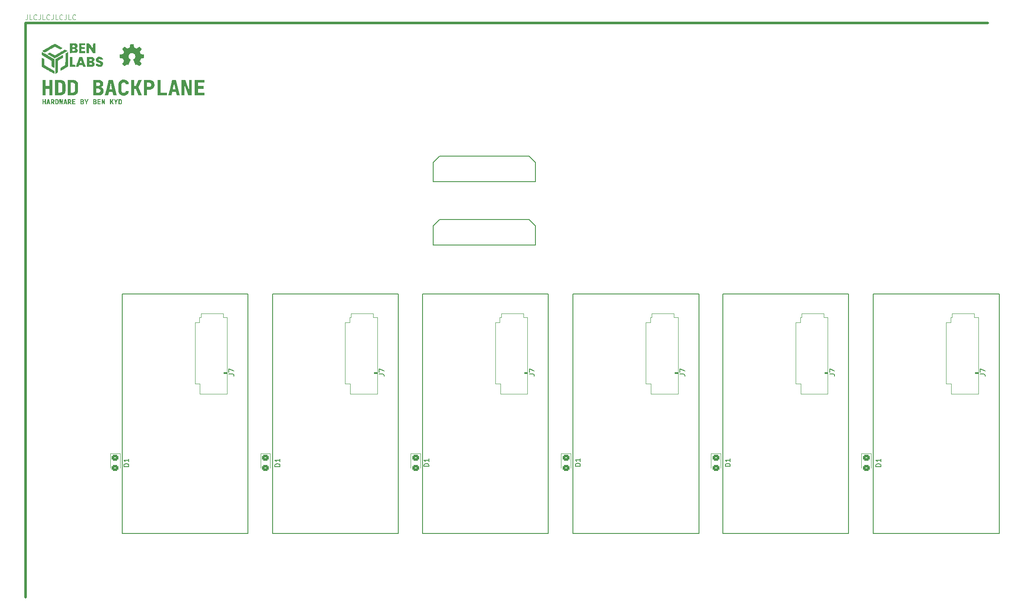
<source format=gto>
G04 #@! TF.GenerationSoftware,KiCad,Pcbnew,8.0.8*
G04 #@! TF.CreationDate,2025-03-22T18:56:51+00:00*
G04 #@! TF.ProjectId,HDD Backplane,48444420-4261-4636-9b70-6c616e652e6b,rev?*
G04 #@! TF.SameCoordinates,Original*
G04 #@! TF.FileFunction,Legend,Top*
G04 #@! TF.FilePolarity,Positive*
%FSLAX46Y46*%
G04 Gerber Fmt 4.6, Leading zero omitted, Abs format (unit mm)*
G04 Created by KiCad (PCBNEW 8.0.8) date 2025-03-22 18:56:51*
%MOMM*%
%LPD*%
G01*
G04 APERTURE LIST*
G04 Aperture macros list*
%AMRoundRect*
0 Rectangle with rounded corners*
0 $1 Rounding radius*
0 $2 $3 $4 $5 $6 $7 $8 $9 X,Y pos of 4 corners*
0 Add a 4 corners polygon primitive as box body*
4,1,4,$2,$3,$4,$5,$6,$7,$8,$9,$2,$3,0*
0 Add four circle primitives for the rounded corners*
1,1,$1+$1,$2,$3*
1,1,$1+$1,$4,$5*
1,1,$1+$1,$6,$7*
1,1,$1+$1,$8,$9*
0 Add four rect primitives between the rounded corners*
20,1,$1+$1,$2,$3,$4,$5,0*
20,1,$1+$1,$4,$5,$6,$7,0*
20,1,$1+$1,$6,$7,$8,$9,0*
20,1,$1+$1,$8,$9,$2,$3,0*%
G04 Aperture macros list end*
%ADD10C,0.100000*%
%ADD11C,0.500000*%
%ADD12C,0.200000*%
%ADD13C,0.150000*%
%ADD14C,0.000000*%
%ADD15C,0.120000*%
%ADD16C,0.127000*%
%ADD17C,5.600000*%
%ADD18C,1.800000*%
%ADD19O,1.400000X1.000000*%
%ADD20RoundRect,0.250000X-0.450000X0.325000X-0.450000X-0.325000X0.450000X-0.325000X0.450000X0.325000X0*%
%ADD21C,2.200000*%
%ADD22C,2.540000*%
G04 APERTURE END LIST*
D10*
X29739598Y-32922419D02*
X29739598Y-33636704D01*
X29739598Y-33636704D02*
X29691979Y-33779561D01*
X29691979Y-33779561D02*
X29596741Y-33874800D01*
X29596741Y-33874800D02*
X29453884Y-33922419D01*
X29453884Y-33922419D02*
X29358646Y-33922419D01*
X30691979Y-33922419D02*
X30215789Y-33922419D01*
X30215789Y-33922419D02*
X30215789Y-32922419D01*
X31596741Y-33827180D02*
X31549122Y-33874800D01*
X31549122Y-33874800D02*
X31406265Y-33922419D01*
X31406265Y-33922419D02*
X31311027Y-33922419D01*
X31311027Y-33922419D02*
X31168170Y-33874800D01*
X31168170Y-33874800D02*
X31072932Y-33779561D01*
X31072932Y-33779561D02*
X31025313Y-33684323D01*
X31025313Y-33684323D02*
X30977694Y-33493847D01*
X30977694Y-33493847D02*
X30977694Y-33350990D01*
X30977694Y-33350990D02*
X31025313Y-33160514D01*
X31025313Y-33160514D02*
X31072932Y-33065276D01*
X31072932Y-33065276D02*
X31168170Y-32970038D01*
X31168170Y-32970038D02*
X31311027Y-32922419D01*
X31311027Y-32922419D02*
X31406265Y-32922419D01*
X31406265Y-32922419D02*
X31549122Y-32970038D01*
X31549122Y-32970038D02*
X31596741Y-33017657D01*
X32311027Y-32922419D02*
X32311027Y-33636704D01*
X32311027Y-33636704D02*
X32263408Y-33779561D01*
X32263408Y-33779561D02*
X32168170Y-33874800D01*
X32168170Y-33874800D02*
X32025313Y-33922419D01*
X32025313Y-33922419D02*
X31930075Y-33922419D01*
X33263408Y-33922419D02*
X32787218Y-33922419D01*
X32787218Y-33922419D02*
X32787218Y-32922419D01*
X34168170Y-33827180D02*
X34120551Y-33874800D01*
X34120551Y-33874800D02*
X33977694Y-33922419D01*
X33977694Y-33922419D02*
X33882456Y-33922419D01*
X33882456Y-33922419D02*
X33739599Y-33874800D01*
X33739599Y-33874800D02*
X33644361Y-33779561D01*
X33644361Y-33779561D02*
X33596742Y-33684323D01*
X33596742Y-33684323D02*
X33549123Y-33493847D01*
X33549123Y-33493847D02*
X33549123Y-33350990D01*
X33549123Y-33350990D02*
X33596742Y-33160514D01*
X33596742Y-33160514D02*
X33644361Y-33065276D01*
X33644361Y-33065276D02*
X33739599Y-32970038D01*
X33739599Y-32970038D02*
X33882456Y-32922419D01*
X33882456Y-32922419D02*
X33977694Y-32922419D01*
X33977694Y-32922419D02*
X34120551Y-32970038D01*
X34120551Y-32970038D02*
X34168170Y-33017657D01*
X34882456Y-32922419D02*
X34882456Y-33636704D01*
X34882456Y-33636704D02*
X34834837Y-33779561D01*
X34834837Y-33779561D02*
X34739599Y-33874800D01*
X34739599Y-33874800D02*
X34596742Y-33922419D01*
X34596742Y-33922419D02*
X34501504Y-33922419D01*
X35834837Y-33922419D02*
X35358647Y-33922419D01*
X35358647Y-33922419D02*
X35358647Y-32922419D01*
X36739599Y-33827180D02*
X36691980Y-33874800D01*
X36691980Y-33874800D02*
X36549123Y-33922419D01*
X36549123Y-33922419D02*
X36453885Y-33922419D01*
X36453885Y-33922419D02*
X36311028Y-33874800D01*
X36311028Y-33874800D02*
X36215790Y-33779561D01*
X36215790Y-33779561D02*
X36168171Y-33684323D01*
X36168171Y-33684323D02*
X36120552Y-33493847D01*
X36120552Y-33493847D02*
X36120552Y-33350990D01*
X36120552Y-33350990D02*
X36168171Y-33160514D01*
X36168171Y-33160514D02*
X36215790Y-33065276D01*
X36215790Y-33065276D02*
X36311028Y-32970038D01*
X36311028Y-32970038D02*
X36453885Y-32922419D01*
X36453885Y-32922419D02*
X36549123Y-32922419D01*
X36549123Y-32922419D02*
X36691980Y-32970038D01*
X36691980Y-32970038D02*
X36739599Y-33017657D01*
X37453885Y-32922419D02*
X37453885Y-33636704D01*
X37453885Y-33636704D02*
X37406266Y-33779561D01*
X37406266Y-33779561D02*
X37311028Y-33874800D01*
X37311028Y-33874800D02*
X37168171Y-33922419D01*
X37168171Y-33922419D02*
X37072933Y-33922419D01*
X38406266Y-33922419D02*
X37930076Y-33922419D01*
X37930076Y-33922419D02*
X37930076Y-32922419D01*
X39311028Y-33827180D02*
X39263409Y-33874800D01*
X39263409Y-33874800D02*
X39120552Y-33922419D01*
X39120552Y-33922419D02*
X39025314Y-33922419D01*
X39025314Y-33922419D02*
X38882457Y-33874800D01*
X38882457Y-33874800D02*
X38787219Y-33779561D01*
X38787219Y-33779561D02*
X38739600Y-33684323D01*
X38739600Y-33684323D02*
X38691981Y-33493847D01*
X38691981Y-33493847D02*
X38691981Y-33350990D01*
X38691981Y-33350990D02*
X38739600Y-33160514D01*
X38739600Y-33160514D02*
X38787219Y-33065276D01*
X38787219Y-33065276D02*
X38882457Y-32970038D01*
X38882457Y-32970038D02*
X39025314Y-32922419D01*
X39025314Y-32922419D02*
X39120552Y-32922419D01*
X39120552Y-32922419D02*
X39263409Y-32970038D01*
X39263409Y-32970038D02*
X39311028Y-33017657D01*
D11*
X29400000Y-34600000D02*
X29400000Y-148850000D01*
X29400000Y-34600000D02*
X220650000Y-34600000D01*
D10*
G36*
X32756830Y-50777573D02*
G01*
X32756830Y-49745891D01*
X32967856Y-49745891D01*
X32967856Y-50154997D01*
X33204283Y-50154997D01*
X33204283Y-49745891D01*
X33415308Y-49745891D01*
X33415308Y-50777573D01*
X33204283Y-50777573D01*
X33204283Y-50339889D01*
X32967856Y-50339889D01*
X32967856Y-50777573D01*
X32756830Y-50777573D01*
G37*
G36*
X34312168Y-50777573D02*
G01*
X34096990Y-50777573D01*
X34047653Y-50543099D01*
X33802922Y-50543099D01*
X33753585Y-50777573D01*
X33538407Y-50777573D01*
X33637607Y-50371152D01*
X33838093Y-50371152D01*
X34011017Y-50371152D01*
X33961924Y-50124711D01*
X33952429Y-50074955D01*
X33942718Y-50025521D01*
X33941408Y-50018954D01*
X33931627Y-49969518D01*
X33925288Y-49936889D01*
X33916337Y-49985139D01*
X33910389Y-50018221D01*
X33901434Y-50067087D01*
X33891512Y-50116596D01*
X33890117Y-50123246D01*
X33838093Y-50371152D01*
X33637607Y-50371152D01*
X33790221Y-49745891D01*
X34057423Y-49745891D01*
X34312168Y-50777573D01*
G37*
G36*
X34817491Y-49748272D02*
G01*
X34866783Y-49755416D01*
X34917820Y-49769146D01*
X34954283Y-49783993D01*
X35000975Y-49810826D01*
X35040607Y-49844004D01*
X35073179Y-49883526D01*
X35078847Y-49892192D01*
X35102288Y-49938508D01*
X35117048Y-49989832D01*
X35122908Y-50040307D01*
X35123299Y-50058033D01*
X35119454Y-50112445D01*
X35107920Y-50163572D01*
X35088697Y-50211414D01*
X35074694Y-50236575D01*
X35044650Y-50277374D01*
X35009195Y-50311296D01*
X34968331Y-50338339D01*
X34943292Y-50350392D01*
X35137221Y-50777573D01*
X34908121Y-50777573D01*
X34742036Y-50384097D01*
X34643606Y-50384097D01*
X34643606Y-50777573D01*
X34435267Y-50777573D01*
X34435267Y-50199205D01*
X34643606Y-50199205D01*
X34764506Y-50199205D01*
X34816419Y-50193522D01*
X34863295Y-50172839D01*
X34873438Y-50164767D01*
X34902564Y-50123185D01*
X34912235Y-50071668D01*
X34912273Y-50067803D01*
X34904840Y-50016518D01*
X34880378Y-49973918D01*
X34873438Y-49966930D01*
X34830283Y-49940984D01*
X34781595Y-49931347D01*
X34764506Y-49930783D01*
X34643606Y-49930783D01*
X34643606Y-50199205D01*
X34435267Y-50199205D01*
X34435267Y-49745891D01*
X34764506Y-49745891D01*
X34817491Y-49748272D01*
G37*
G36*
X35655489Y-49748455D02*
G01*
X35703803Y-49756149D01*
X35754033Y-49770935D01*
X35790082Y-49786924D01*
X35832068Y-49812632D01*
X35872149Y-49847360D01*
X35905313Y-49888576D01*
X35913913Y-49902206D01*
X35937354Y-49951036D01*
X35951029Y-49999387D01*
X35957670Y-50051912D01*
X35958365Y-50076596D01*
X35958365Y-50445402D01*
X35954849Y-50499150D01*
X35944300Y-50549112D01*
X35926719Y-50595287D01*
X35913913Y-50619303D01*
X35882824Y-50662923D01*
X35844819Y-50700056D01*
X35804700Y-50727928D01*
X35790082Y-50736051D01*
X35743248Y-50756123D01*
X35692048Y-50769625D01*
X35642871Y-50776113D01*
X35603724Y-50777573D01*
X35270333Y-50777573D01*
X35270333Y-50592681D01*
X35481359Y-50592681D01*
X35603724Y-50592681D01*
X35654635Y-50584967D01*
X35699325Y-50559583D01*
X35707039Y-50552381D01*
X35735965Y-50509555D01*
X35746985Y-50460481D01*
X35747339Y-50448822D01*
X35747339Y-50073176D01*
X35739626Y-50022359D01*
X35714241Y-49977977D01*
X35707039Y-49970350D01*
X35664388Y-49941950D01*
X35615382Y-49931130D01*
X35603724Y-49930783D01*
X35481359Y-49930783D01*
X35481359Y-50592681D01*
X35270333Y-50592681D01*
X35270333Y-49745891D01*
X35603724Y-49745891D01*
X35655489Y-49748455D01*
G37*
G36*
X36130556Y-50777573D02*
G01*
X36035057Y-49745891D01*
X36202364Y-49745891D01*
X36254387Y-50436609D01*
X36257445Y-50485907D01*
X36257807Y-50492541D01*
X36260714Y-50543630D01*
X36261959Y-50567768D01*
X36263942Y-50617471D01*
X36264157Y-50637621D01*
X36268828Y-50586697D01*
X36270507Y-50567768D01*
X36275211Y-50517739D01*
X36277590Y-50492541D01*
X36282034Y-50443191D01*
X36282475Y-50436609D01*
X36364052Y-49745891D01*
X36524520Y-49745891D01*
X36603410Y-50436609D01*
X36608882Y-50485907D01*
X36609516Y-50492541D01*
X36614535Y-50541248D01*
X36617332Y-50567768D01*
X36622569Y-50617471D01*
X36624415Y-50637621D01*
X36626476Y-50587063D01*
X36627102Y-50568256D01*
X36629341Y-50518869D01*
X36630766Y-50494007D01*
X36633779Y-50445069D01*
X36634185Y-50438563D01*
X36682057Y-49745891D01*
X36850828Y-49745891D01*
X36748246Y-50777573D01*
X36528672Y-50777573D01*
X36459796Y-50098089D01*
X36455932Y-50047438D01*
X36454911Y-50035807D01*
X36450827Y-49986233D01*
X36448560Y-49955207D01*
X36444929Y-49904276D01*
X36442943Y-49880957D01*
X36440235Y-49929905D01*
X36438546Y-49955207D01*
X36435093Y-50006383D01*
X36432929Y-50035807D01*
X36428899Y-50085312D01*
X36427556Y-50098089D01*
X36351596Y-50777573D01*
X36130556Y-50777573D01*
G37*
G36*
X37669042Y-50777573D02*
G01*
X37453864Y-50777573D01*
X37404527Y-50543099D01*
X37159796Y-50543099D01*
X37110459Y-50777573D01*
X36895281Y-50777573D01*
X36994481Y-50371152D01*
X37194967Y-50371152D01*
X37367890Y-50371152D01*
X37318798Y-50124711D01*
X37309302Y-50074955D01*
X37299592Y-50025521D01*
X37298281Y-50018954D01*
X37288501Y-49969518D01*
X37282161Y-49936889D01*
X37273210Y-49985139D01*
X37267262Y-50018221D01*
X37258307Y-50067087D01*
X37248386Y-50116596D01*
X37246990Y-50123246D01*
X37194967Y-50371152D01*
X36994481Y-50371152D01*
X37147095Y-49745891D01*
X37414297Y-49745891D01*
X37669042Y-50777573D01*
G37*
G36*
X38174365Y-49748272D02*
G01*
X38223656Y-49755416D01*
X38274693Y-49769146D01*
X38311156Y-49783993D01*
X38357849Y-49810826D01*
X38397481Y-49844004D01*
X38430053Y-49883526D01*
X38435720Y-49892192D01*
X38459162Y-49938508D01*
X38473921Y-49989832D01*
X38479782Y-50040307D01*
X38480172Y-50058033D01*
X38476328Y-50112445D01*
X38464794Y-50163572D01*
X38445570Y-50211414D01*
X38431568Y-50236575D01*
X38401523Y-50277374D01*
X38366069Y-50311296D01*
X38325205Y-50338339D01*
X38300165Y-50350392D01*
X38494094Y-50777573D01*
X38264994Y-50777573D01*
X38098909Y-50384097D01*
X38000479Y-50384097D01*
X38000479Y-50777573D01*
X37792140Y-50777573D01*
X37792140Y-50199205D01*
X38000479Y-50199205D01*
X38121380Y-50199205D01*
X38173292Y-50193522D01*
X38220168Y-50172839D01*
X38230312Y-50164767D01*
X38259438Y-50123185D01*
X38269109Y-50071668D01*
X38269147Y-50067803D01*
X38261713Y-50016518D01*
X38237252Y-49973918D01*
X38230312Y-49966930D01*
X38187157Y-49940984D01*
X38138469Y-49931347D01*
X38121380Y-49930783D01*
X38000479Y-49930783D01*
X38000479Y-50199205D01*
X37792140Y-50199205D01*
X37792140Y-49745891D01*
X38121380Y-49745891D01*
X38174365Y-49748272D01*
G37*
G36*
X38651142Y-50777573D02*
G01*
X38651142Y-49745891D01*
X39284220Y-49745891D01*
X39284220Y-49930783D01*
X38858016Y-49930783D01*
X38858016Y-50152311D01*
X39234883Y-50152311D01*
X39234883Y-50337203D01*
X38858016Y-50337203D01*
X38858016Y-50592681D01*
X39284220Y-50592681D01*
X39284220Y-50777573D01*
X38651142Y-50777573D01*
G37*
G36*
X40690173Y-49747936D02*
G01*
X40742187Y-49755128D01*
X40790105Y-49767497D01*
X40819775Y-49778619D01*
X40864392Y-49801603D01*
X40905812Y-49832725D01*
X40939209Y-49869966D01*
X40963683Y-49912748D01*
X40977998Y-49960494D01*
X40982196Y-50008208D01*
X40977521Y-50059456D01*
X40961580Y-50109382D01*
X40934325Y-50152555D01*
X40898233Y-50186839D01*
X40851224Y-50211666D01*
X40810738Y-50221676D01*
X40810738Y-50224607D01*
X40858603Y-50235179D01*
X40904180Y-50259060D01*
X40912587Y-50265395D01*
X40947649Y-50299649D01*
X40975044Y-50341290D01*
X40981463Y-50354544D01*
X40997435Y-50400736D01*
X41005265Y-50451200D01*
X41006132Y-50475933D01*
X41002616Y-50524870D01*
X40990461Y-50575121D01*
X40969624Y-50621031D01*
X40961680Y-50633958D01*
X40930615Y-50673461D01*
X40892681Y-50707097D01*
X40847878Y-50734865D01*
X40838093Y-50739715D01*
X40791375Y-50758015D01*
X40740523Y-50770326D01*
X40691850Y-50776242D01*
X40653201Y-50777573D01*
X40309796Y-50777573D01*
X40309796Y-50605626D01*
X40513738Y-50605626D01*
X40646118Y-50605626D01*
X40697203Y-50599498D01*
X40744025Y-50577202D01*
X40754318Y-50568501D01*
X40782718Y-50527417D01*
X40793537Y-50477742D01*
X40793885Y-50465674D01*
X40787355Y-50416887D01*
X40763591Y-50372015D01*
X40754318Y-50362115D01*
X40710959Y-50334942D01*
X40662875Y-50324849D01*
X40646118Y-50324258D01*
X40513738Y-50324258D01*
X40513738Y-50605626D01*
X40309796Y-50605626D01*
X40309796Y-50152311D01*
X40513738Y-50152311D01*
X40637569Y-50152311D01*
X40686710Y-50146233D01*
X40732554Y-50122513D01*
X40734778Y-50120559D01*
X40763217Y-50077531D01*
X40769949Y-50034342D01*
X40761156Y-49985127D01*
X40734778Y-49948368D01*
X40689826Y-49924546D01*
X40641421Y-49917867D01*
X40637569Y-49917838D01*
X40513738Y-49917838D01*
X40513738Y-50152311D01*
X40309796Y-50152311D01*
X40309796Y-49745891D01*
X40640500Y-49745891D01*
X40690173Y-49747936D01*
G37*
G36*
X41372740Y-50777573D02*
G01*
X41372740Y-50413406D01*
X41077207Y-49745891D01*
X41298246Y-49745891D01*
X41427695Y-50059743D01*
X41446013Y-50108347D01*
X41460968Y-50156576D01*
X41461889Y-50159882D01*
X41474468Y-50207632D01*
X41482405Y-50245367D01*
X41493740Y-50196633D01*
X41502922Y-50159882D01*
X41516535Y-50111482D01*
X41533304Y-50062695D01*
X41534429Y-50059743D01*
X41659726Y-49745891D01*
X41879300Y-49745891D01*
X41583766Y-50413406D01*
X41583766Y-50777573D01*
X41372740Y-50777573D01*
G37*
G36*
X43207829Y-49747936D02*
G01*
X43259842Y-49755128D01*
X43307760Y-49767497D01*
X43337430Y-49778619D01*
X43382047Y-49801603D01*
X43423468Y-49832725D01*
X43456865Y-49869966D01*
X43481339Y-49912748D01*
X43495653Y-49960494D01*
X43499851Y-50008208D01*
X43495176Y-50059456D01*
X43479235Y-50109382D01*
X43451980Y-50152555D01*
X43415888Y-50186839D01*
X43368879Y-50211666D01*
X43328393Y-50221676D01*
X43328393Y-50224607D01*
X43376258Y-50235179D01*
X43421835Y-50259060D01*
X43430242Y-50265395D01*
X43465304Y-50299649D01*
X43492700Y-50341290D01*
X43499119Y-50354544D01*
X43515091Y-50400736D01*
X43522920Y-50451200D01*
X43523787Y-50475933D01*
X43520271Y-50524870D01*
X43508116Y-50575121D01*
X43487279Y-50621031D01*
X43479335Y-50633958D01*
X43448270Y-50673461D01*
X43410336Y-50707097D01*
X43365533Y-50734865D01*
X43355748Y-50739715D01*
X43309030Y-50758015D01*
X43258178Y-50770326D01*
X43209505Y-50776242D01*
X43170856Y-50777573D01*
X42827451Y-50777573D01*
X42827451Y-50605626D01*
X43031394Y-50605626D01*
X43163773Y-50605626D01*
X43214858Y-50599498D01*
X43261680Y-50577202D01*
X43271973Y-50568501D01*
X43300373Y-50527417D01*
X43311192Y-50477742D01*
X43311540Y-50465674D01*
X43305010Y-50416887D01*
X43281246Y-50372015D01*
X43271973Y-50362115D01*
X43228614Y-50334942D01*
X43180531Y-50324849D01*
X43163773Y-50324258D01*
X43031394Y-50324258D01*
X43031394Y-50605626D01*
X42827451Y-50605626D01*
X42827451Y-50152311D01*
X43031394Y-50152311D01*
X43155225Y-50152311D01*
X43204365Y-50146233D01*
X43250209Y-50122513D01*
X43252433Y-50120559D01*
X43280872Y-50077531D01*
X43287604Y-50034342D01*
X43278812Y-49985127D01*
X43252433Y-49948368D01*
X43207482Y-49924546D01*
X43159076Y-49917867D01*
X43155225Y-49917838D01*
X43031394Y-49917838D01*
X43031394Y-50152311D01*
X42827451Y-50152311D01*
X42827451Y-49745891D01*
X43158156Y-49745891D01*
X43207829Y-49747936D01*
G37*
G36*
X43686453Y-50777573D02*
G01*
X43686453Y-49745891D01*
X44319530Y-49745891D01*
X44319530Y-49930783D01*
X43893327Y-49930783D01*
X43893327Y-50152311D01*
X44270193Y-50152311D01*
X44270193Y-50337203D01*
X43893327Y-50337203D01*
X43893327Y-50592681D01*
X44319530Y-50592681D01*
X44319530Y-50777573D01*
X43686453Y-50777573D01*
G37*
G36*
X44497583Y-50777573D02*
G01*
X44497583Y-49745891D01*
X44743780Y-49745891D01*
X45009516Y-50546519D01*
X45005603Y-50497485D01*
X45001466Y-50446428D01*
X44999747Y-50425374D01*
X44995808Y-50373900D01*
X44992419Y-50322426D01*
X44990466Y-50288110D01*
X44988252Y-50235574D01*
X44987130Y-50186661D01*
X44987046Y-50171118D01*
X44987046Y-49745891D01*
X45172671Y-49745891D01*
X45172671Y-50777573D01*
X44926474Y-50777573D01*
X44663424Y-49985981D01*
X44667760Y-50035074D01*
X44671453Y-50084843D01*
X44671973Y-50092471D01*
X44675226Y-50142762D01*
X44678236Y-50193617D01*
X44679544Y-50217279D01*
X44681916Y-50266141D01*
X44683151Y-50316709D01*
X44683208Y-50329143D01*
X44683208Y-50777573D01*
X44497583Y-50777573D01*
G37*
G36*
X46182859Y-50777573D02*
G01*
X46182859Y-49745891D01*
X46393885Y-49745891D01*
X46393885Y-50152311D01*
X46492559Y-50152311D01*
X46664018Y-49745891D01*
X46891896Y-49745891D01*
X46678184Y-50236330D01*
X46900445Y-50777573D01*
X46669635Y-50777573D01*
X46493780Y-50337203D01*
X46393885Y-50337203D01*
X46393885Y-50777573D01*
X46182859Y-50777573D01*
G37*
G36*
X47247269Y-50777573D02*
G01*
X47247269Y-50413406D01*
X46951736Y-49745891D01*
X47172775Y-49745891D01*
X47302224Y-50059743D01*
X47320542Y-50108347D01*
X47335497Y-50156576D01*
X47336418Y-50159882D01*
X47348997Y-50207632D01*
X47356934Y-50245367D01*
X47368269Y-50196633D01*
X47377451Y-50159882D01*
X47391064Y-50111482D01*
X47407833Y-50062695D01*
X47408958Y-50059743D01*
X47534255Y-49745891D01*
X47753829Y-49745891D01*
X47458295Y-50413406D01*
X47458295Y-50777573D01*
X47247269Y-50777573D01*
G37*
G36*
X48243765Y-49748455D02*
G01*
X48292079Y-49756149D01*
X48342309Y-49770935D01*
X48378358Y-49786924D01*
X48420345Y-49812632D01*
X48460425Y-49847360D01*
X48493589Y-49888576D01*
X48502189Y-49902206D01*
X48525631Y-49951036D01*
X48539305Y-49999387D01*
X48545947Y-50051912D01*
X48546641Y-50076596D01*
X48546641Y-50445402D01*
X48543125Y-50499150D01*
X48532576Y-50549112D01*
X48514995Y-50595287D01*
X48502189Y-50619303D01*
X48471101Y-50662923D01*
X48433095Y-50700056D01*
X48392976Y-50727928D01*
X48378358Y-50736051D01*
X48331524Y-50756123D01*
X48280324Y-50769625D01*
X48231147Y-50776113D01*
X48192001Y-50777573D01*
X47858609Y-50777573D01*
X47858609Y-50592681D01*
X48069635Y-50592681D01*
X48192001Y-50592681D01*
X48242911Y-50584967D01*
X48287601Y-50559583D01*
X48295315Y-50552381D01*
X48324242Y-50509555D01*
X48335261Y-50460481D01*
X48335616Y-50448822D01*
X48335616Y-50073176D01*
X48327902Y-50022359D01*
X48302518Y-49977977D01*
X48295315Y-49970350D01*
X48252665Y-49941950D01*
X48203658Y-49931130D01*
X48192001Y-49930783D01*
X48069635Y-49930783D01*
X48069635Y-50592681D01*
X47858609Y-50592681D01*
X47858609Y-49745891D01*
X48192001Y-49745891D01*
X48243765Y-49748455D01*
G37*
G36*
X32742454Y-48987573D02*
G01*
X32742454Y-45892527D01*
X33375532Y-45892527D01*
X33375532Y-47119847D01*
X34084813Y-47119847D01*
X34084813Y-45892527D01*
X34717890Y-45892527D01*
X34717890Y-48987573D01*
X34084813Y-48987573D01*
X34084813Y-47674523D01*
X33375532Y-47674523D01*
X33375532Y-48987573D01*
X32742454Y-48987573D01*
G37*
G36*
X36403120Y-45900221D02*
G01*
X36548063Y-45923302D01*
X36698753Y-45967660D01*
X36806900Y-46015626D01*
X36932859Y-46092751D01*
X37053101Y-46196936D01*
X37152592Y-46320584D01*
X37178393Y-46361473D01*
X37248718Y-46507962D01*
X37289740Y-46653016D01*
X37309666Y-46810590D01*
X37311750Y-46884642D01*
X37311750Y-47991062D01*
X37301201Y-48152306D01*
X37269555Y-48302191D01*
X37216811Y-48440715D01*
X37178393Y-48512764D01*
X37085127Y-48643625D01*
X36971111Y-48755023D01*
X36850754Y-48838640D01*
X36806900Y-48863009D01*
X36666398Y-48923223D01*
X36512798Y-48963730D01*
X36365267Y-48983193D01*
X36247828Y-48987573D01*
X35247653Y-48987573D01*
X35247653Y-48432897D01*
X35880731Y-48432897D01*
X36247828Y-48432897D01*
X36400559Y-48409756D01*
X36534629Y-48333603D01*
X36557772Y-48311997D01*
X36644551Y-48183519D01*
X36677609Y-48036298D01*
X36678672Y-48001320D01*
X36678672Y-46874383D01*
X36655531Y-46721933D01*
X36579378Y-46588786D01*
X36557772Y-46565905D01*
X36429820Y-46480704D01*
X36282799Y-46448246D01*
X36247828Y-46447203D01*
X35880731Y-46447203D01*
X35880731Y-48432897D01*
X35247653Y-48432897D01*
X35247653Y-45892527D01*
X36247828Y-45892527D01*
X36403120Y-45900221D01*
G37*
G36*
X38920776Y-45900221D02*
G01*
X39065718Y-45923302D01*
X39216408Y-45967660D01*
X39324555Y-46015626D01*
X39450515Y-46092751D01*
X39570757Y-46196936D01*
X39670247Y-46320584D01*
X39696048Y-46361473D01*
X39766373Y-46507962D01*
X39807396Y-46653016D01*
X39827321Y-46810590D01*
X39829405Y-46884642D01*
X39829405Y-47991062D01*
X39818856Y-48152306D01*
X39787210Y-48302191D01*
X39734466Y-48440715D01*
X39696048Y-48512764D01*
X39602783Y-48643625D01*
X39488766Y-48755023D01*
X39368409Y-48838640D01*
X39324555Y-48863009D01*
X39184053Y-48923223D01*
X39030453Y-48963730D01*
X38882923Y-48983193D01*
X38765483Y-48987573D01*
X37765308Y-48987573D01*
X37765308Y-48432897D01*
X38398386Y-48432897D01*
X38765483Y-48432897D01*
X38918214Y-48409756D01*
X39052284Y-48333603D01*
X39075427Y-48311997D01*
X39162206Y-48183519D01*
X39195265Y-48036298D01*
X39196327Y-48001320D01*
X39196327Y-46874383D01*
X39173186Y-46721933D01*
X39097033Y-46588786D01*
X39075427Y-46565905D01*
X38947475Y-46480704D01*
X38800454Y-46448246D01*
X38765483Y-46447203D01*
X38398386Y-46447203D01*
X38398386Y-48432897D01*
X37765308Y-48432897D01*
X37765308Y-45892527D01*
X38765483Y-45892527D01*
X38920776Y-45900221D01*
G37*
G36*
X43954209Y-45898664D02*
G01*
X44110250Y-45920238D01*
X44254003Y-45957345D01*
X44343013Y-45990713D01*
X44476864Y-46059664D01*
X44601126Y-46153031D01*
X44701317Y-46264753D01*
X44774739Y-46393100D01*
X44817683Y-46536338D01*
X44830277Y-46679478D01*
X44816252Y-46833222D01*
X44768427Y-46983001D01*
X44686662Y-47112520D01*
X44578387Y-47215372D01*
X44437360Y-47289853D01*
X44315902Y-47319882D01*
X44315902Y-47328675D01*
X44459496Y-47360391D01*
X44596228Y-47432036D01*
X44621449Y-47451041D01*
X44726636Y-47553803D01*
X44808822Y-47678725D01*
X44828079Y-47718487D01*
X44875995Y-47857062D01*
X44899483Y-48008455D01*
X44902084Y-48082653D01*
X44891536Y-48229465D01*
X44855071Y-48380219D01*
X44792560Y-48517949D01*
X44768728Y-48556728D01*
X44675534Y-48675238D01*
X44561732Y-48776146D01*
X44427322Y-48859451D01*
X44397967Y-48874000D01*
X44257814Y-48928901D01*
X44105257Y-48965834D01*
X43959237Y-48983580D01*
X43843292Y-48987573D01*
X42813075Y-48987573D01*
X42813075Y-48471732D01*
X43424904Y-48471732D01*
X43822043Y-48471732D01*
X43975297Y-48453350D01*
X44115764Y-48386460D01*
X44146641Y-48360357D01*
X44231843Y-48237106D01*
X44264300Y-48088082D01*
X44265343Y-48051878D01*
X44245753Y-47905517D01*
X44174462Y-47770900D01*
X44146641Y-47741201D01*
X44016564Y-47659682D01*
X43872315Y-47629403D01*
X43822043Y-47627628D01*
X43424904Y-47627628D01*
X43424904Y-48471732D01*
X42813075Y-48471732D01*
X42813075Y-47111787D01*
X43424904Y-47111787D01*
X43796397Y-47111787D01*
X43943819Y-47093555D01*
X44081350Y-47022393D01*
X44088023Y-47016533D01*
X44173340Y-46887449D01*
X44193536Y-46757880D01*
X44167158Y-46610235D01*
X44088023Y-46499959D01*
X43953168Y-46428493D01*
X43807950Y-46408457D01*
X43796397Y-46408368D01*
X43424904Y-46408368D01*
X43424904Y-47111787D01*
X42813075Y-47111787D01*
X42813075Y-45892527D01*
X43805190Y-45892527D01*
X43954209Y-45898664D01*
G37*
G36*
X47479091Y-48987573D02*
G01*
X46833557Y-48987573D01*
X46685546Y-48284153D01*
X45951352Y-48284153D01*
X45803341Y-48987573D01*
X45157807Y-48987573D01*
X45455406Y-47768312D01*
X46056865Y-47768312D01*
X46575636Y-47768312D01*
X46428358Y-47028989D01*
X46399872Y-46879721D01*
X46370742Y-46731418D01*
X46366809Y-46711718D01*
X46337468Y-46563409D01*
X46318449Y-46465521D01*
X46291596Y-46610273D01*
X46273752Y-46709519D01*
X46246887Y-46856115D01*
X46217123Y-47004643D01*
X46212936Y-47024593D01*
X46056865Y-47768312D01*
X45455406Y-47768312D01*
X45913250Y-45892527D01*
X46714855Y-45892527D01*
X47479091Y-48987573D01*
G37*
G36*
X48869810Y-49034467D02*
G01*
X48720653Y-49027186D01*
X48564129Y-49001587D01*
X48419545Y-48957556D01*
X48329789Y-48917963D01*
X48194706Y-48835603D01*
X48079802Y-48735067D01*
X47985077Y-48616357D01*
X47968553Y-48590434D01*
X47900933Y-48451745D01*
X47858358Y-48299460D01*
X47841453Y-48150780D01*
X47840326Y-48098773D01*
X47840326Y-46781327D01*
X47850469Y-46627082D01*
X47885531Y-46469975D01*
X47945638Y-46327895D01*
X47968553Y-46288201D01*
X48059243Y-46166699D01*
X48170111Y-46063230D01*
X48301158Y-45977793D01*
X48329789Y-45962869D01*
X48466413Y-45906197D01*
X48614977Y-45868072D01*
X48775481Y-45848495D01*
X48869810Y-45845633D01*
X49020752Y-45852960D01*
X49178300Y-45878720D01*
X49322865Y-45923027D01*
X49412029Y-45962869D01*
X49545952Y-46044700D01*
X49660126Y-46144563D01*
X49754551Y-46262458D01*
X49771066Y-46288201D01*
X49839072Y-46426160D01*
X49881891Y-46579002D01*
X49898892Y-46729286D01*
X49900026Y-46782060D01*
X49266948Y-46782060D01*
X49247033Y-46635680D01*
X49169302Y-46503939D01*
X49162901Y-46497761D01*
X49028727Y-46421721D01*
X48881586Y-46400403D01*
X48869810Y-46400308D01*
X48720304Y-46418961D01*
X48589970Y-46485960D01*
X48576718Y-46497761D01*
X48496104Y-46626534D01*
X48473403Y-46782060D01*
X48473403Y-48098040D01*
X48496104Y-48250893D01*
X48576718Y-48380141D01*
X48710892Y-48457896D01*
X48858033Y-48479694D01*
X48869810Y-48479792D01*
X49019315Y-48460718D01*
X49149649Y-48392208D01*
X49162901Y-48380141D01*
X49244086Y-48250322D01*
X49266948Y-48097307D01*
X49900026Y-48097307D01*
X49889825Y-48250013D01*
X49854562Y-48406633D01*
X49794112Y-48549515D01*
X49771066Y-48589701D01*
X49680591Y-48712047D01*
X49570367Y-48816217D01*
X49440393Y-48902212D01*
X49412029Y-48917231D01*
X49276119Y-48973903D01*
X49127226Y-49012027D01*
X48965350Y-49031605D01*
X48869810Y-49034467D01*
G37*
G36*
X50361645Y-48987573D02*
G01*
X50361645Y-45892527D01*
X50994722Y-45892527D01*
X50994722Y-47111787D01*
X51290745Y-47111787D01*
X51805120Y-45892527D01*
X52488756Y-45892527D01*
X51847618Y-47363846D01*
X52514401Y-48987573D01*
X51821973Y-48987573D01*
X51294408Y-47666463D01*
X50994722Y-47666463D01*
X50994722Y-48987573D01*
X50361645Y-48987573D01*
G37*
G36*
X54091920Y-45900221D02*
G01*
X54239061Y-45923302D01*
X54392224Y-45967660D01*
X54502294Y-46015626D01*
X54630025Y-46092165D01*
X54751555Y-46195291D01*
X54851618Y-46317450D01*
X54877451Y-46357810D01*
X54947776Y-46502638D01*
X54988798Y-46645709D01*
X55008724Y-46800836D01*
X55010807Y-46873651D01*
X55000143Y-47032184D01*
X54968149Y-47179705D01*
X54914826Y-47316214D01*
X54875985Y-47387293D01*
X54781346Y-47516007D01*
X54665956Y-47625545D01*
X54544362Y-47707732D01*
X54500096Y-47731676D01*
X54358184Y-47790827D01*
X54202825Y-47830620D01*
X54053440Y-47849740D01*
X53934429Y-47854041D01*
X53516774Y-47854041D01*
X53516774Y-48987573D01*
X52883696Y-48987573D01*
X52883696Y-47299366D01*
X53516774Y-47299366D01*
X53934429Y-47299366D01*
X54085674Y-47279413D01*
X54217989Y-47213295D01*
X54257563Y-47178466D01*
X54343816Y-47050911D01*
X54376674Y-46907456D01*
X54377730Y-46873651D01*
X54354729Y-46724787D01*
X54279038Y-46592058D01*
X54257563Y-46568836D01*
X54136568Y-46485688D01*
X53983877Y-46449103D01*
X53934429Y-46447203D01*
X53516774Y-46447203D01*
X53516774Y-47299366D01*
X52883696Y-47299366D01*
X52883696Y-45892527D01*
X53934429Y-45892527D01*
X54091920Y-45900221D01*
G37*
G36*
X55607981Y-48987573D02*
G01*
X55607981Y-45892527D01*
X56241059Y-45892527D01*
X56241059Y-48432897D01*
X57486697Y-48432897D01*
X57486697Y-48987573D01*
X55607981Y-48987573D01*
G37*
G36*
X60067367Y-48987573D02*
G01*
X59421833Y-48987573D01*
X59273822Y-48284153D01*
X58539628Y-48284153D01*
X58391617Y-48987573D01*
X57746083Y-48987573D01*
X58043682Y-47768312D01*
X58645141Y-47768312D01*
X59163913Y-47768312D01*
X59016634Y-47028989D01*
X58988148Y-46879721D01*
X58959018Y-46731418D01*
X58955085Y-46711718D01*
X58925745Y-46563409D01*
X58906725Y-46465521D01*
X58879872Y-46610273D01*
X58862029Y-46709519D01*
X58835163Y-46856115D01*
X58805400Y-47004643D01*
X58801212Y-47024593D01*
X58645141Y-47768312D01*
X58043682Y-47768312D01*
X58501526Y-45892527D01*
X59303131Y-45892527D01*
X60067367Y-48987573D01*
G37*
G36*
X60411750Y-48987573D02*
G01*
X60411750Y-45892527D01*
X61150340Y-45892527D01*
X61947549Y-48294411D01*
X61935808Y-48147310D01*
X61923399Y-47994140D01*
X61918239Y-47930978D01*
X61906424Y-47776555D01*
X61896258Y-47622133D01*
X61890396Y-47519185D01*
X61883754Y-47361577D01*
X61880388Y-47214837D01*
X61880138Y-47168208D01*
X61880138Y-45892527D01*
X62437011Y-45892527D01*
X62437011Y-48987573D01*
X61698421Y-48987573D01*
X60909272Y-46612799D01*
X60922278Y-46760078D01*
X60933358Y-46909383D01*
X60934918Y-46932269D01*
X60944676Y-47083142D01*
X60953708Y-47235707D01*
X60957632Y-47306693D01*
X60964748Y-47453278D01*
X60968451Y-47604982D01*
X60968623Y-47642283D01*
X60968623Y-48987573D01*
X60411750Y-48987573D01*
G37*
G36*
X63013669Y-48987573D02*
G01*
X63013669Y-45892527D01*
X64912901Y-45892527D01*
X64912901Y-46447203D01*
X63634290Y-46447203D01*
X63634290Y-47111787D01*
X64764890Y-47111787D01*
X64764890Y-47666463D01*
X63634290Y-47666463D01*
X63634290Y-48432897D01*
X64912901Y-48432897D01*
X64912901Y-48987573D01*
X63013669Y-48987573D01*
G37*
D12*
X197901141Y-88497224D02*
X222901141Y-88497224D01*
X222901141Y-136197224D01*
X197901141Y-136197224D01*
X197901141Y-88497224D01*
X168001141Y-88497224D02*
X193001141Y-88497224D01*
X193001141Y-136197224D01*
X168001141Y-136197224D01*
X168001141Y-88497224D01*
X138201141Y-88497224D02*
X163201141Y-88497224D01*
X163201141Y-136197224D01*
X138201141Y-136197224D01*
X138201141Y-88497224D01*
X108301141Y-88497224D02*
X133301141Y-88497224D01*
X133301141Y-136197224D01*
X108301141Y-136197224D01*
X108301141Y-88497224D01*
X78451141Y-88497224D02*
X103451141Y-88497224D01*
X103451141Y-136197224D01*
X78451141Y-136197224D01*
X78451141Y-88497224D01*
X48600000Y-88500000D02*
X73600000Y-88500000D01*
X73600000Y-136200000D01*
X48600000Y-136200000D01*
X48600000Y-88500000D01*
D13*
X199404819Y-122855318D02*
X198404819Y-122855318D01*
X198404819Y-122855318D02*
X198404819Y-122617223D01*
X198404819Y-122617223D02*
X198452438Y-122474366D01*
X198452438Y-122474366D02*
X198547676Y-122379128D01*
X198547676Y-122379128D02*
X198642914Y-122331509D01*
X198642914Y-122331509D02*
X198833390Y-122283890D01*
X198833390Y-122283890D02*
X198976247Y-122283890D01*
X198976247Y-122283890D02*
X199166723Y-122331509D01*
X199166723Y-122331509D02*
X199261961Y-122379128D01*
X199261961Y-122379128D02*
X199357200Y-122474366D01*
X199357200Y-122474366D02*
X199404819Y-122617223D01*
X199404819Y-122617223D02*
X199404819Y-122855318D01*
X199404819Y-121331509D02*
X199404819Y-121902937D01*
X199404819Y-121617223D02*
X198404819Y-121617223D01*
X198404819Y-121617223D02*
X198547676Y-121712461D01*
X198547676Y-121712461D02*
X198642914Y-121807699D01*
X198642914Y-121807699D02*
X198690533Y-121902937D01*
X219105960Y-104450557D02*
X219820245Y-104450557D01*
X219820245Y-104450557D02*
X219963102Y-104498176D01*
X219963102Y-104498176D02*
X220058341Y-104593414D01*
X220058341Y-104593414D02*
X220105960Y-104736271D01*
X220105960Y-104736271D02*
X220105960Y-104831509D01*
X219105960Y-104069604D02*
X219105960Y-103402938D01*
X219105960Y-103402938D02*
X220105960Y-103831509D01*
X169454819Y-122838094D02*
X168454819Y-122838094D01*
X168454819Y-122838094D02*
X168454819Y-122599999D01*
X168454819Y-122599999D02*
X168502438Y-122457142D01*
X168502438Y-122457142D02*
X168597676Y-122361904D01*
X168597676Y-122361904D02*
X168692914Y-122314285D01*
X168692914Y-122314285D02*
X168883390Y-122266666D01*
X168883390Y-122266666D02*
X169026247Y-122266666D01*
X169026247Y-122266666D02*
X169216723Y-122314285D01*
X169216723Y-122314285D02*
X169311961Y-122361904D01*
X169311961Y-122361904D02*
X169407200Y-122457142D01*
X169407200Y-122457142D02*
X169454819Y-122599999D01*
X169454819Y-122599999D02*
X169454819Y-122838094D01*
X169454819Y-121314285D02*
X169454819Y-121885713D01*
X169454819Y-121599999D02*
X168454819Y-121599999D01*
X168454819Y-121599999D02*
X168597676Y-121695237D01*
X168597676Y-121695237D02*
X168692914Y-121790475D01*
X168692914Y-121790475D02*
X168740533Y-121885713D01*
X189205960Y-104450557D02*
X189920245Y-104450557D01*
X189920245Y-104450557D02*
X190063102Y-104498176D01*
X190063102Y-104498176D02*
X190158341Y-104593414D01*
X190158341Y-104593414D02*
X190205960Y-104736271D01*
X190205960Y-104736271D02*
X190205960Y-104831509D01*
X189205960Y-104069604D02*
X189205960Y-103402938D01*
X189205960Y-103402938D02*
X190205960Y-103831509D01*
X139654819Y-122788094D02*
X138654819Y-122788094D01*
X138654819Y-122788094D02*
X138654819Y-122549999D01*
X138654819Y-122549999D02*
X138702438Y-122407142D01*
X138702438Y-122407142D02*
X138797676Y-122311904D01*
X138797676Y-122311904D02*
X138892914Y-122264285D01*
X138892914Y-122264285D02*
X139083390Y-122216666D01*
X139083390Y-122216666D02*
X139226247Y-122216666D01*
X139226247Y-122216666D02*
X139416723Y-122264285D01*
X139416723Y-122264285D02*
X139511961Y-122311904D01*
X139511961Y-122311904D02*
X139607200Y-122407142D01*
X139607200Y-122407142D02*
X139654819Y-122549999D01*
X139654819Y-122549999D02*
X139654819Y-122788094D01*
X139654819Y-121264285D02*
X139654819Y-121835713D01*
X139654819Y-121549999D02*
X138654819Y-121549999D01*
X138654819Y-121549999D02*
X138797676Y-121645237D01*
X138797676Y-121645237D02*
X138892914Y-121740475D01*
X138892914Y-121740475D02*
X138940533Y-121835713D01*
X159405960Y-104450557D02*
X160120245Y-104450557D01*
X160120245Y-104450557D02*
X160263102Y-104498176D01*
X160263102Y-104498176D02*
X160358341Y-104593414D01*
X160358341Y-104593414D02*
X160405960Y-104736271D01*
X160405960Y-104736271D02*
X160405960Y-104831509D01*
X159405960Y-104069604D02*
X159405960Y-103402938D01*
X159405960Y-103402938D02*
X160405960Y-103831509D01*
X109554819Y-122838094D02*
X108554819Y-122838094D01*
X108554819Y-122838094D02*
X108554819Y-122599999D01*
X108554819Y-122599999D02*
X108602438Y-122457142D01*
X108602438Y-122457142D02*
X108697676Y-122361904D01*
X108697676Y-122361904D02*
X108792914Y-122314285D01*
X108792914Y-122314285D02*
X108983390Y-122266666D01*
X108983390Y-122266666D02*
X109126247Y-122266666D01*
X109126247Y-122266666D02*
X109316723Y-122314285D01*
X109316723Y-122314285D02*
X109411961Y-122361904D01*
X109411961Y-122361904D02*
X109507200Y-122457142D01*
X109507200Y-122457142D02*
X109554819Y-122599999D01*
X109554819Y-122599999D02*
X109554819Y-122838094D01*
X109554819Y-121314285D02*
X109554819Y-121885713D01*
X109554819Y-121599999D02*
X108554819Y-121599999D01*
X108554819Y-121599999D02*
X108697676Y-121695237D01*
X108697676Y-121695237D02*
X108792914Y-121790475D01*
X108792914Y-121790475D02*
X108840533Y-121885713D01*
X129505960Y-104450557D02*
X130220245Y-104450557D01*
X130220245Y-104450557D02*
X130363102Y-104498176D01*
X130363102Y-104498176D02*
X130458341Y-104593414D01*
X130458341Y-104593414D02*
X130505960Y-104736271D01*
X130505960Y-104736271D02*
X130505960Y-104831509D01*
X129505960Y-104069604D02*
X129505960Y-103402938D01*
X129505960Y-103402938D02*
X130505960Y-103831509D01*
X99655960Y-104450557D02*
X100370245Y-104450557D01*
X100370245Y-104450557D02*
X100513102Y-104498176D01*
X100513102Y-104498176D02*
X100608341Y-104593414D01*
X100608341Y-104593414D02*
X100655960Y-104736271D01*
X100655960Y-104736271D02*
X100655960Y-104831509D01*
X99655960Y-104069604D02*
X99655960Y-103402938D01*
X99655960Y-103402938D02*
X100655960Y-103831509D01*
X79954819Y-122855318D02*
X78954819Y-122855318D01*
X78954819Y-122855318D02*
X78954819Y-122617223D01*
X78954819Y-122617223D02*
X79002438Y-122474366D01*
X79002438Y-122474366D02*
X79097676Y-122379128D01*
X79097676Y-122379128D02*
X79192914Y-122331509D01*
X79192914Y-122331509D02*
X79383390Y-122283890D01*
X79383390Y-122283890D02*
X79526247Y-122283890D01*
X79526247Y-122283890D02*
X79716723Y-122331509D01*
X79716723Y-122331509D02*
X79811961Y-122379128D01*
X79811961Y-122379128D02*
X79907200Y-122474366D01*
X79907200Y-122474366D02*
X79954819Y-122617223D01*
X79954819Y-122617223D02*
X79954819Y-122855318D01*
X79954819Y-121331509D02*
X79954819Y-121902937D01*
X79954819Y-121617223D02*
X78954819Y-121617223D01*
X78954819Y-121617223D02*
X79097676Y-121712461D01*
X79097676Y-121712461D02*
X79192914Y-121807699D01*
X79192914Y-121807699D02*
X79240533Y-121902937D01*
X49904819Y-122858094D02*
X48904819Y-122858094D01*
X48904819Y-122858094D02*
X48904819Y-122619999D01*
X48904819Y-122619999D02*
X48952438Y-122477142D01*
X48952438Y-122477142D02*
X49047676Y-122381904D01*
X49047676Y-122381904D02*
X49142914Y-122334285D01*
X49142914Y-122334285D02*
X49333390Y-122286666D01*
X49333390Y-122286666D02*
X49476247Y-122286666D01*
X49476247Y-122286666D02*
X49666723Y-122334285D01*
X49666723Y-122334285D02*
X49761961Y-122381904D01*
X49761961Y-122381904D02*
X49857200Y-122477142D01*
X49857200Y-122477142D02*
X49904819Y-122619999D01*
X49904819Y-122619999D02*
X49904819Y-122858094D01*
X49904819Y-121334285D02*
X49904819Y-121905713D01*
X49904819Y-121619999D02*
X48904819Y-121619999D01*
X48904819Y-121619999D02*
X49047676Y-121715237D01*
X49047676Y-121715237D02*
X49142914Y-121810475D01*
X49142914Y-121810475D02*
X49190533Y-121905713D01*
X69804819Y-104453333D02*
X70519104Y-104453333D01*
X70519104Y-104453333D02*
X70661961Y-104500952D01*
X70661961Y-104500952D02*
X70757200Y-104596190D01*
X70757200Y-104596190D02*
X70804819Y-104739047D01*
X70804819Y-104739047D02*
X70804819Y-104834285D01*
X69804819Y-104072380D02*
X69804819Y-103405714D01*
X69804819Y-103405714D02*
X70804819Y-103834285D01*
D14*
G36*
X50471599Y-38792174D02*
G01*
X50525721Y-38792222D01*
X50631663Y-38792564D01*
X50714246Y-38793663D01*
X50775743Y-38795629D01*
X50818431Y-38798572D01*
X50844584Y-38802603D01*
X50856478Y-38807831D01*
X50856839Y-38808249D01*
X50862595Y-38824949D01*
X50871970Y-38863200D01*
X50884177Y-38919288D01*
X50898428Y-38989501D01*
X50913935Y-39070129D01*
X50924175Y-39125589D01*
X50939765Y-39210771D01*
X50954081Y-39287804D01*
X50966423Y-39353011D01*
X50976088Y-39402714D01*
X50982377Y-39433237D01*
X50984318Y-39441040D01*
X50998321Y-39454029D01*
X51028157Y-39471663D01*
X51049975Y-39482231D01*
X51088471Y-39498926D01*
X51139526Y-39520249D01*
X51198293Y-39544272D01*
X51259924Y-39569066D01*
X51319571Y-39592701D01*
X51372386Y-39613250D01*
X51413522Y-39628783D01*
X51438131Y-39637372D01*
X51442646Y-39638461D01*
X51455988Y-39631564D01*
X51486420Y-39612580D01*
X51529985Y-39584074D01*
X51582726Y-39548609D01*
X51608079Y-39531281D01*
X51706813Y-39463555D01*
X51786644Y-39409033D01*
X51849748Y-39366315D01*
X51898300Y-39334000D01*
X51934476Y-39310688D01*
X51960452Y-39294978D01*
X51978402Y-39285469D01*
X51990503Y-39280761D01*
X51998929Y-39279452D01*
X51999208Y-39279451D01*
X52013417Y-39288189D01*
X52042302Y-39312382D01*
X52082792Y-39349001D01*
X52131817Y-39395015D01*
X52186305Y-39447393D01*
X52243188Y-39503105D01*
X52299393Y-39559120D01*
X52351851Y-39612408D01*
X52397491Y-39659940D01*
X52433242Y-39698683D01*
X52456034Y-39725608D01*
X52462933Y-39737118D01*
X52455940Y-39751879D01*
X52436823Y-39783146D01*
X52408369Y-39826562D01*
X52373368Y-39877773D01*
X52367367Y-39886370D01*
X52300682Y-39982324D01*
X52241518Y-40068853D01*
X52191204Y-40143930D01*
X52151071Y-40205525D01*
X52122451Y-40251609D01*
X52106672Y-40280154D01*
X52103922Y-40288096D01*
X52108820Y-40305198D01*
X52121982Y-40339808D01*
X52141113Y-40386070D01*
X52153967Y-40415767D01*
X52181998Y-40480161D01*
X52211881Y-40549837D01*
X52238189Y-40612116D01*
X52243860Y-40625740D01*
X52263760Y-40672763D01*
X52280898Y-40711458D01*
X52292207Y-40734952D01*
X52293739Y-40737606D01*
X52308645Y-40744203D01*
X52345259Y-40754463D01*
X52400043Y-40767574D01*
X52469455Y-40782719D01*
X52549954Y-40799086D01*
X52616887Y-40811936D01*
X52703225Y-40828318D01*
X52780999Y-40843485D01*
X52846719Y-40856724D01*
X52896897Y-40867322D01*
X52928045Y-40874563D01*
X52936876Y-40877414D01*
X52939425Y-40892131D01*
X52941768Y-40928119D01*
X52943854Y-40981007D01*
X52945630Y-41046423D01*
X52947043Y-41119995D01*
X52948041Y-41197350D01*
X52948572Y-41274119D01*
X52948583Y-41345927D01*
X52948023Y-41408404D01*
X52946838Y-41457179D01*
X52944976Y-41487878D01*
X52944254Y-41493040D01*
X52938360Y-41513647D01*
X52926971Y-41529571D01*
X52906320Y-41542324D01*
X52872644Y-41553416D01*
X52822178Y-41564361D01*
X52751158Y-41576669D01*
X52725780Y-41580773D01*
X52654552Y-41592787D01*
X52571719Y-41607663D01*
X52490762Y-41622951D01*
X52457051Y-41629610D01*
X52316540Y-41657896D01*
X52268800Y-41773292D01*
X52242376Y-41837744D01*
X52211563Y-41913779D01*
X52181330Y-41989107D01*
X52168242Y-42022013D01*
X52115424Y-42155337D01*
X52185488Y-42259216D01*
X52220403Y-42310790D01*
X52264342Y-42375410D01*
X52311798Y-42444989D01*
X52357264Y-42511442D01*
X52359242Y-42514328D01*
X52396299Y-42568985D01*
X52427502Y-42616167D01*
X52450247Y-42651849D01*
X52461933Y-42672005D01*
X52462933Y-42674734D01*
X52454225Y-42685925D01*
X52429719Y-42712638D01*
X52391838Y-42752356D01*
X52343009Y-42802559D01*
X52285656Y-42860730D01*
X52232333Y-42914240D01*
X52001734Y-43144572D01*
X51959870Y-43119983D01*
X51928650Y-43100380D01*
X51885450Y-43071674D01*
X51839103Y-43039743D01*
X51834664Y-43036619D01*
X51787924Y-43003955D01*
X51727125Y-42961885D01*
X51659462Y-42915351D01*
X51592130Y-42869294D01*
X51532325Y-42828657D01*
X51507828Y-42812140D01*
X51491364Y-42809885D01*
X51461682Y-42818450D01*
X51415766Y-42838936D01*
X51367646Y-42863427D01*
X51312928Y-42891601D01*
X51276050Y-42908649D01*
X51252497Y-42916010D01*
X51237757Y-42915125D01*
X51227867Y-42908022D01*
X51215855Y-42888734D01*
X51197336Y-42851242D01*
X51175010Y-42801274D01*
X51155412Y-42754160D01*
X51129013Y-42689046D01*
X51101741Y-42622558D01*
X51077541Y-42564285D01*
X51065685Y-42536190D01*
X51022516Y-42434178D01*
X50979956Y-42332170D01*
X50939163Y-42233074D01*
X50901299Y-42139795D01*
X50867523Y-42055243D01*
X50838996Y-41982323D01*
X50816878Y-41923943D01*
X50802329Y-41883011D01*
X50796508Y-41862433D01*
X50796451Y-41861488D01*
X50807892Y-41840087D01*
X50839828Y-41810832D01*
X50874424Y-41786114D01*
X50983645Y-41700435D01*
X51070388Y-41602830D01*
X51134337Y-41493867D01*
X51175180Y-41374113D01*
X51192602Y-41244136D01*
X51193260Y-41209644D01*
X51183930Y-41083702D01*
X51155526Y-40972221D01*
X51106195Y-40870664D01*
X51034087Y-40774495D01*
X51001453Y-40739562D01*
X50904373Y-40657030D01*
X50799805Y-40597104D01*
X50690225Y-40558765D01*
X50578111Y-40540990D01*
X50465939Y-40542760D01*
X50356187Y-40563052D01*
X50251330Y-40600846D01*
X50153845Y-40655120D01*
X50066210Y-40724854D01*
X49990901Y-40809027D01*
X49930394Y-40906616D01*
X49887167Y-41016602D01*
X49863697Y-41137963D01*
X49860106Y-41210109D01*
X49871322Y-41335929D01*
X49905808Y-41453956D01*
X49956632Y-41555322D01*
X49997630Y-41617995D01*
X50040590Y-41669821D01*
X50092289Y-41717838D01*
X50159507Y-41769086D01*
X50168942Y-41775790D01*
X50209868Y-41805800D01*
X50242063Y-41831461D01*
X50260130Y-41848401D01*
X50262014Y-41851187D01*
X50258730Y-41866023D01*
X50246648Y-41901533D01*
X50226906Y-41954750D01*
X50200640Y-42022708D01*
X50168988Y-42102438D01*
X50133086Y-42190975D01*
X50114630Y-42235842D01*
X50058266Y-42372255D01*
X50010866Y-42487004D01*
X49971595Y-42582122D01*
X49939618Y-42659643D01*
X49914102Y-42721600D01*
X49894213Y-42770027D01*
X49879115Y-42806958D01*
X49867974Y-42834426D01*
X49859956Y-42854464D01*
X49854227Y-42869106D01*
X49849951Y-42880387D01*
X49848031Y-42885584D01*
X49832310Y-42910945D01*
X49814189Y-42920844D01*
X49794215Y-42914824D01*
X49758407Y-42898715D01*
X49713031Y-42875443D01*
X49690682Y-42863146D01*
X49643741Y-42837663D01*
X49604305Y-42817935D01*
X49578296Y-42806851D01*
X49572358Y-42805448D01*
X49554546Y-42812392D01*
X49522898Y-42830607D01*
X49484233Y-42856165D01*
X49483853Y-42856430D01*
X49418526Y-42901780D01*
X49349842Y-42948747D01*
X49281204Y-42995081D01*
X49216014Y-43038534D01*
X49157674Y-43076856D01*
X49109587Y-43107799D01*
X49075154Y-43129113D01*
X49057777Y-43138550D01*
X49056679Y-43138815D01*
X49044921Y-43130106D01*
X49017743Y-43105631D01*
X48977746Y-43067872D01*
X48927529Y-43019306D01*
X48869692Y-42962414D01*
X48824607Y-42917505D01*
X48763142Y-42855062D01*
X48708249Y-42797565D01*
X48662427Y-42747775D01*
X48628175Y-42708451D01*
X48607990Y-42682352D01*
X48603569Y-42673389D01*
X48610542Y-42654639D01*
X48629595Y-42619760D01*
X48657930Y-42573507D01*
X48692748Y-42520638D01*
X48697794Y-42513250D01*
X48766457Y-42412983D01*
X48821629Y-42331947D01*
X48864495Y-42268346D01*
X48896239Y-42220381D01*
X48918045Y-42186256D01*
X48931099Y-42164173D01*
X48936584Y-42152334D01*
X48936936Y-42150328D01*
X48932183Y-42133532D01*
X48919171Y-42097727D01*
X48899766Y-42047461D01*
X48875836Y-41987284D01*
X48849250Y-41921744D01*
X48821875Y-41855390D01*
X48795578Y-41792772D01*
X48772228Y-41738438D01*
X48753692Y-41696939D01*
X48741838Y-41672822D01*
X48739308Y-41668978D01*
X48721712Y-41661305D01*
X48682252Y-41650299D01*
X48624383Y-41636700D01*
X48551560Y-41621247D01*
X48467237Y-41604678D01*
X48374869Y-41587733D01*
X48295845Y-41574126D01*
X48243395Y-41564649D01*
X48193449Y-41554455D01*
X48164422Y-41547652D01*
X48116340Y-41535100D01*
X48116340Y-41209395D01*
X48116889Y-41092259D01*
X48118530Y-41000125D01*
X48121258Y-40933147D01*
X48125067Y-40891480D01*
X48129950Y-40875279D01*
X48129964Y-40875270D01*
X48145935Y-40870636D01*
X48183475Y-40862140D01*
X48238931Y-40850535D01*
X48308647Y-40836571D01*
X48388967Y-40821003D01*
X48446521Y-40810118D01*
X48531239Y-40794100D01*
X48607209Y-40779446D01*
X48670917Y-40766856D01*
X48718847Y-40757033D01*
X48747484Y-40750679D01*
X48754150Y-40748691D01*
X48761025Y-40735486D01*
X48776026Y-40703146D01*
X48797191Y-40656115D01*
X48822557Y-40598835D01*
X48850162Y-40535747D01*
X48878044Y-40471293D01*
X48904240Y-40409916D01*
X48913249Y-40388551D01*
X48930730Y-40341691D01*
X48941939Y-40301197D01*
X48944730Y-40275015D01*
X48944383Y-40273155D01*
X48935440Y-40255533D01*
X48913975Y-40220248D01*
X48882160Y-40170655D01*
X48842166Y-40110109D01*
X48796164Y-40041963D01*
X48770700Y-40004799D01*
X48722845Y-39934410D01*
X48680336Y-39870167D01*
X48645247Y-39815345D01*
X48619648Y-39773216D01*
X48605612Y-39747053D01*
X48603569Y-39740759D01*
X48612371Y-39725841D01*
X48636737Y-39696388D01*
X48673607Y-39655480D01*
X48719919Y-39606194D01*
X48772614Y-39551611D01*
X48828630Y-39494808D01*
X48884907Y-39438865D01*
X48938384Y-39386861D01*
X48986001Y-39341874D01*
X49024697Y-39306984D01*
X49051412Y-39285268D01*
X49062141Y-39279451D01*
X49077646Y-39286460D01*
X49110897Y-39306101D01*
X49158635Y-39336290D01*
X49217602Y-39374947D01*
X49284541Y-39419988D01*
X49319706Y-39444062D01*
X49390365Y-39492509D01*
X49455437Y-39536746D01*
X49511446Y-39574440D01*
X49554917Y-39603260D01*
X49582375Y-39620873D01*
X49588642Y-39624553D01*
X49603375Y-39629974D01*
X49621957Y-39630303D01*
X49648753Y-39624412D01*
X49688131Y-39611171D01*
X49744458Y-39589450D01*
X49780969Y-39574803D01*
X49871999Y-39537783D01*
X49941879Y-39508659D01*
X49993381Y-39486088D01*
X50029277Y-39468730D01*
X50052339Y-39455243D01*
X50065340Y-39444286D01*
X50071050Y-39434517D01*
X50071081Y-39434419D01*
X50076250Y-39412849D01*
X50085137Y-39370987D01*
X50096785Y-39313754D01*
X50110238Y-39246071D01*
X50124540Y-39172860D01*
X50138736Y-39099042D01*
X50151869Y-39029540D01*
X50162984Y-38969275D01*
X50171124Y-38923168D01*
X50174649Y-38901207D01*
X50179072Y-38868265D01*
X50183645Y-38842700D01*
X50191364Y-38823583D01*
X50205227Y-38809983D01*
X50228231Y-38800970D01*
X50263373Y-38795612D01*
X50313651Y-38792981D01*
X50382060Y-38792145D01*
X50471599Y-38792174D01*
G37*
G36*
X32836422Y-41639423D02*
G01*
X33099578Y-41791257D01*
X33113994Y-42380270D01*
X33128410Y-42969282D01*
X34124505Y-43536724D01*
X35120599Y-44104166D01*
X35120599Y-44397529D01*
X35114838Y-44552794D01*
X35099886Y-44657535D01*
X35083173Y-44686761D01*
X35031944Y-44661564D01*
X34905801Y-44592441D01*
X34716025Y-44485785D01*
X34473893Y-44347984D01*
X34190686Y-44185431D01*
X33877683Y-44004514D01*
X33823153Y-43972875D01*
X32600560Y-43263121D01*
X32586914Y-42375356D01*
X32573267Y-41487590D01*
X32836422Y-41639423D01*
G37*
G36*
X36803153Y-40993505D02*
G01*
X36813884Y-41110672D01*
X36816628Y-41235196D01*
X36815997Y-41522131D01*
X36317610Y-41811021D01*
X35819224Y-42099912D01*
X35819224Y-43262717D01*
X35819224Y-44425523D01*
X35569715Y-44561323D01*
X35320206Y-44697122D01*
X35321095Y-43234381D01*
X35321985Y-41771640D01*
X36039350Y-41359950D01*
X36280118Y-41222773D01*
X36490201Y-41104969D01*
X36654607Y-41014792D01*
X36758345Y-40960499D01*
X36786987Y-40948261D01*
X36803153Y-40993505D01*
G37*
G36*
X37842343Y-40397270D02*
G01*
X37849427Y-40532482D01*
X37855512Y-40742651D01*
X37860334Y-41015357D01*
X37863628Y-41338178D01*
X37865131Y-41698690D01*
X37865197Y-41792835D01*
X37865197Y-43236231D01*
X37168805Y-43639910D01*
X36927436Y-43778921D01*
X36712457Y-43901041D01*
X36540410Y-43997005D01*
X36427833Y-44057549D01*
X36395328Y-44073169D01*
X36351674Y-44074154D01*
X36328174Y-44021916D01*
X36319334Y-43897632D01*
X36318679Y-43810476D01*
X36319117Y-43518202D01*
X36805221Y-43242041D01*
X37291326Y-42965879D01*
X37304687Y-41789863D01*
X37318048Y-40613846D01*
X37560949Y-40481643D01*
X37699951Y-40408772D01*
X37801348Y-40360756D01*
X37834523Y-40349440D01*
X37842343Y-40397270D01*
G37*
G36*
X32670918Y-40385850D02*
G01*
X32799044Y-40456943D01*
X32991057Y-40564614D01*
X33235546Y-40702442D01*
X33521100Y-40864008D01*
X33836308Y-41042890D01*
X33889303Y-41073015D01*
X35118035Y-41771640D01*
X35119317Y-42632445D01*
X35118058Y-42961607D01*
X35112661Y-43201499D01*
X35102379Y-43362601D01*
X35086469Y-43455388D01*
X35064184Y-43490339D01*
X35058222Y-43491304D01*
X34981452Y-43465867D01*
X34856538Y-43403394D01*
X34783762Y-43361482D01*
X34571680Y-43233608D01*
X34571186Y-42652329D01*
X34570691Y-42071051D01*
X33573150Y-41498248D01*
X32575609Y-40925445D01*
X32575609Y-40633284D01*
X32582114Y-40480937D01*
X32599006Y-40381622D01*
X32618090Y-40357756D01*
X32670918Y-40385850D01*
G37*
G36*
X38663625Y-42118571D02*
G01*
X38663625Y-42889667D01*
X38975511Y-42904524D01*
X39287397Y-42919381D01*
X39302885Y-43106512D01*
X39318372Y-43293644D01*
X38741490Y-43293644D01*
X38164607Y-43293644D01*
X38164607Y-42320559D01*
X38164607Y-41347475D01*
X38414116Y-41347475D01*
X38663625Y-41347475D01*
X38663625Y-42118571D01*
G37*
G36*
X40375146Y-41357766D02*
G01*
X40674268Y-41372426D01*
X40990945Y-42245707D01*
X41093061Y-42527731D01*
X41184648Y-42781475D01*
X41259753Y-42990382D01*
X41312424Y-43137896D01*
X41336333Y-43206316D01*
X41340495Y-43256807D01*
X41296502Y-43283154D01*
X41183790Y-43292780D01*
X41094442Y-43293644D01*
X40937573Y-43290201D01*
X40851320Y-43269922D01*
X40806512Y-43217882D01*
X40777487Y-43131463D01*
X40749625Y-43047193D01*
X40709926Y-42997694D01*
X40633995Y-42972239D01*
X40497437Y-42960097D01*
X40375615Y-42954713D01*
X40020095Y-42940143D01*
X39961762Y-43116894D01*
X39922968Y-43218815D01*
X39873535Y-43271333D01*
X39783113Y-43290818D01*
X39634094Y-43293644D01*
X39364760Y-43293644D01*
X39506748Y-42906905D01*
X39583090Y-42698393D01*
X39645850Y-42526440D01*
X40160678Y-42526440D01*
X40205003Y-42538142D01*
X40315717Y-42544645D01*
X40360285Y-42545117D01*
X40501696Y-42530670D01*
X40555790Y-42489145D01*
X40556024Y-42482740D01*
X40537739Y-42402794D01*
X40495169Y-42266318D01*
X40461954Y-42170854D01*
X40402366Y-42030221D01*
X40359033Y-41980396D01*
X40341899Y-41996198D01*
X40303087Y-42099806D01*
X40254185Y-42238104D01*
X40206606Y-42377703D01*
X40171761Y-42485214D01*
X40160678Y-42526440D01*
X39645850Y-42526440D01*
X39679849Y-42433288D01*
X39783445Y-42148831D01*
X39862380Y-41931636D01*
X40076025Y-41343106D01*
X40375146Y-41357766D01*
G37*
G36*
X42412854Y-41351012D02*
G01*
X42609230Y-41363140D01*
X42745404Y-41386135D01*
X42841075Y-41422273D01*
X42855897Y-41430575D01*
X43014222Y-41571912D01*
X43092824Y-41747701D01*
X43088038Y-41934649D01*
X42996196Y-42109469D01*
X42967652Y-42140338D01*
X42830422Y-42276800D01*
X42965818Y-42388284D01*
X43091492Y-42548477D01*
X43137368Y-42737101D01*
X43107637Y-42928670D01*
X43006484Y-43097696D01*
X42838099Y-43218691D01*
X42828711Y-43222722D01*
X42662580Y-43263482D01*
X42402208Y-43287196D01*
X42108450Y-43293644D01*
X41557927Y-43293644D01*
X41557927Y-42894430D01*
X42056945Y-42894430D01*
X42269028Y-42893666D01*
X42417381Y-42883747D01*
X42528118Y-42859936D01*
X42547483Y-42850825D01*
X42591700Y-42773010D01*
X42597385Y-42664457D01*
X42580520Y-42579863D01*
X42537093Y-42534782D01*
X42440379Y-42513919D01*
X42318929Y-42505083D01*
X42056945Y-42490000D01*
X42056945Y-42692215D01*
X42056945Y-42894430D01*
X41557927Y-42894430D01*
X41557927Y-42692215D01*
X41557927Y-42320559D01*
X41557927Y-41921345D01*
X42056945Y-41921345D01*
X42061816Y-42028959D01*
X42094608Y-42079712D01*
X42182588Y-42094981D01*
X42279747Y-42096001D01*
X42442270Y-42081730D01*
X42531548Y-42033863D01*
X42549976Y-42007385D01*
X42576367Y-41885536D01*
X42514075Y-41798080D01*
X42370390Y-41752034D01*
X42279023Y-41746689D01*
X42142034Y-41750545D01*
X42077534Y-41776434D01*
X42058214Y-41845835D01*
X42056945Y-41921345D01*
X41557927Y-41921345D01*
X41557927Y-41347475D01*
X42136574Y-41347475D01*
X42412854Y-41351012D01*
G37*
G36*
X44294960Y-41325311D02*
G01*
X44420503Y-41366379D01*
X44576027Y-41461512D01*
X44707370Y-41594040D01*
X44788181Y-41733747D01*
X44801542Y-41803320D01*
X44786882Y-41858389D01*
X44727254Y-41886490D01*
X44599190Y-41895947D01*
X44539086Y-41896394D01*
X44370317Y-41887710D01*
X44270769Y-41855606D01*
X44214302Y-41796591D01*
X44115128Y-41712566D01*
X43995753Y-41706909D01*
X43908560Y-41765315D01*
X43870840Y-41855229D01*
X43915882Y-41942730D01*
X44049233Y-42033707D01*
X44244049Y-42121320D01*
X44506694Y-42240945D01*
X44683670Y-42360218D01*
X44788468Y-42490129D01*
X44826734Y-42596117D01*
X44822423Y-42784105D01*
X44745136Y-42977922D01*
X44612275Y-43141050D01*
X44542561Y-43192561D01*
X44352900Y-43263998D01*
X44116334Y-43292628D01*
X43876696Y-43277212D01*
X43678753Y-43216987D01*
X43493284Y-43088066D01*
X43381252Y-42934323D01*
X43354391Y-42814049D01*
X43363385Y-42743011D01*
X43407360Y-42707686D01*
X43511804Y-42695807D01*
X43602144Y-42694823D01*
X43763953Y-42703989D01*
X43856545Y-42737991D01*
X43903310Y-42794626D01*
X43986163Y-42867724D01*
X44105527Y-42895819D01*
X44220053Y-42876954D01*
X44287082Y-42812794D01*
X44295475Y-42714559D01*
X44232448Y-42627031D01*
X44088292Y-42541480D01*
X43901931Y-42466388D01*
X43640422Y-42349569D01*
X43468679Y-42215733D01*
X43376888Y-42054583D01*
X43354391Y-41891856D01*
X43391950Y-41664354D01*
X43508617Y-41495172D01*
X43707680Y-41376657D01*
X44005722Y-41304473D01*
X44294960Y-41325311D01*
G37*
G36*
X37309657Y-39888339D02*
G01*
X37371143Y-39914277D01*
X37441341Y-39954581D01*
X37483698Y-39978912D01*
X37619192Y-40061015D01*
X37676582Y-40117134D01*
X37668910Y-40161943D01*
X37657237Y-40174134D01*
X37602610Y-40210352D01*
X37476514Y-40287329D01*
X37292369Y-40397267D01*
X37063596Y-40532370D01*
X36803616Y-40684840D01*
X36525848Y-40846880D01*
X36243715Y-41010693D01*
X35970636Y-41168481D01*
X35720033Y-41312448D01*
X35505325Y-41434796D01*
X35339935Y-41527727D01*
X35237281Y-41583445D01*
X35209668Y-41596140D01*
X35164035Y-41572048D01*
X35046844Y-41505933D01*
X34872694Y-41406147D01*
X34656186Y-41281041D01*
X34486501Y-41182441D01*
X34247068Y-41042255D01*
X34038328Y-40918614D01*
X33875401Y-40820587D01*
X33773409Y-40757245D01*
X33746533Y-40738569D01*
X33767361Y-40700228D01*
X33849810Y-40635403D01*
X33965799Y-40561362D01*
X34087246Y-40495373D01*
X34186070Y-40454702D01*
X34217050Y-40449243D01*
X34282799Y-40473337D01*
X34413502Y-40538536D01*
X34588760Y-40634218D01*
X34744787Y-40724070D01*
X35211758Y-40998897D01*
X36118242Y-40471701D01*
X36453729Y-40276182D01*
X36714181Y-40125254D01*
X36911563Y-40014598D01*
X37057837Y-39939896D01*
X37164968Y-39896830D01*
X37244920Y-39881084D01*
X37309657Y-39888339D01*
G37*
G36*
X39083550Y-38612282D02*
G01*
X39338929Y-38644505D01*
X39518255Y-38705562D01*
X39632693Y-38801467D01*
X39693406Y-38938234D01*
X39711556Y-39121879D01*
X39711562Y-39125834D01*
X39671353Y-39316326D01*
X39589861Y-39427740D01*
X39468160Y-39549441D01*
X39614812Y-39696093D01*
X39737282Y-39876279D01*
X39762088Y-40068552D01*
X39689215Y-40264369D01*
X39615976Y-40361128D01*
X39470488Y-40524096D01*
X38817547Y-40540537D01*
X38164607Y-40556978D01*
X38164607Y-40155048D01*
X38663625Y-40155048D01*
X38920470Y-40139965D01*
X39109553Y-40113458D01*
X39215508Y-40058547D01*
X39232100Y-40037553D01*
X39264219Y-39922207D01*
X39204473Y-39833962D01*
X39058285Y-39777638D01*
X38920470Y-39760486D01*
X38663625Y-39745403D01*
X38663625Y-39950225D01*
X38663625Y-40155048D01*
X38164607Y-40155048D01*
X38164607Y-39950225D01*
X38164607Y-39579928D01*
X38164607Y-39168431D01*
X38663625Y-39168431D01*
X38672754Y-39291734D01*
X38694928Y-39365785D01*
X38696893Y-39368038D01*
X38784479Y-39399143D01*
X38918415Y-39397597D01*
X39052528Y-39368167D01*
X39134127Y-39322889D01*
X39208548Y-39205575D01*
X39191780Y-39106185D01*
X39092157Y-39035164D01*
X38918013Y-39002961D01*
X38878202Y-39002092D01*
X38744209Y-39006556D01*
X38682245Y-39034295D01*
X38664548Y-39106828D01*
X38663625Y-39168431D01*
X38164607Y-39168431D01*
X38164607Y-38602878D01*
X38740956Y-38602878D01*
X39083550Y-38612282D01*
G37*
G36*
X41249054Y-38790009D02*
G01*
X41233566Y-38977141D01*
X40871778Y-38991803D01*
X40509990Y-39006464D01*
X40509990Y-39176553D01*
X40509990Y-39346642D01*
X40821876Y-39361498D01*
X41133762Y-39376355D01*
X41149250Y-39563487D01*
X41164738Y-39750618D01*
X40837364Y-39750618D01*
X40509990Y-39750618D01*
X40509990Y-39948039D01*
X40509990Y-40145460D01*
X40871778Y-40160122D01*
X41233566Y-40174783D01*
X41249054Y-40361915D01*
X41264541Y-40549047D01*
X40637757Y-40549047D01*
X40010973Y-40549047D01*
X40010973Y-39575962D01*
X40010973Y-38602878D01*
X40637757Y-38602878D01*
X41264541Y-38602878D01*
X41249054Y-38790009D01*
G37*
G36*
X43304489Y-39575962D02*
G01*
X43304489Y-40549047D01*
X43042505Y-40547825D01*
X42780521Y-40546603D01*
X42406257Y-39986430D01*
X42031994Y-39426257D01*
X42017884Y-39987652D01*
X42003775Y-40549047D01*
X41755900Y-40549047D01*
X41508026Y-40549047D01*
X41508026Y-39575962D01*
X41508026Y-38602878D01*
X41770010Y-38604100D01*
X42031994Y-38605322D01*
X42406257Y-39165495D01*
X42780521Y-39725667D01*
X42794630Y-39164273D01*
X42808740Y-38602878D01*
X43056615Y-38602878D01*
X43304489Y-38602878D01*
X43304489Y-39575962D01*
G37*
G36*
X35269263Y-38726599D02*
G01*
X35395752Y-38789322D01*
X35571340Y-38882134D01*
X35778637Y-38995246D01*
X36000249Y-39118871D01*
X36218785Y-39243222D01*
X36416853Y-39358512D01*
X36577061Y-39454954D01*
X36682016Y-39522760D01*
X36714862Y-39551011D01*
X36675522Y-39586463D01*
X36572454Y-39652609D01*
X36462589Y-39715767D01*
X36209160Y-39855573D01*
X35733486Y-39578538D01*
X35537050Y-39466502D01*
X35370968Y-39376194D01*
X35254833Y-39317992D01*
X35210470Y-39301502D01*
X35157015Y-39325260D01*
X35031859Y-39391066D01*
X34849529Y-39490721D01*
X34624555Y-39616026D01*
X34371466Y-39758780D01*
X34104791Y-39910784D01*
X33839060Y-40063839D01*
X33588801Y-40209745D01*
X33368543Y-40340301D01*
X33348818Y-40352142D01*
X33258478Y-40401596D01*
X33187004Y-40413191D01*
X33099069Y-40382944D01*
X32962300Y-40308539D01*
X32834087Y-40227759D01*
X32754078Y-40161190D01*
X32739469Y-40132982D01*
X32785113Y-40096687D01*
X32904356Y-40019486D01*
X33083693Y-39909194D01*
X33309621Y-39773627D01*
X33568635Y-39620599D01*
X33847229Y-39457924D01*
X34131900Y-39293419D01*
X34409143Y-39134897D01*
X34665454Y-38990173D01*
X34887327Y-38867063D01*
X35061259Y-38773381D01*
X35173744Y-38716942D01*
X35209267Y-38703750D01*
X35269263Y-38726599D01*
G37*
D15*
X195541141Y-120257224D02*
X195541141Y-123117224D01*
X197461141Y-120257224D02*
X195541141Y-120257224D01*
X197461141Y-123117224D02*
X197461141Y-120257224D01*
X212351141Y-94167224D02*
X213251141Y-94167224D01*
X212351141Y-106367224D02*
X212351141Y-94167224D01*
X213251141Y-93167224D02*
X213551141Y-93167224D01*
X213251141Y-94167224D02*
X213251141Y-93167224D01*
X213351141Y-106367224D02*
X212351141Y-106367224D01*
X213351141Y-108367224D02*
X213351141Y-106367224D01*
X213551141Y-92367224D02*
X217951141Y-92367224D01*
X213551141Y-93167224D02*
X213551141Y-92367224D01*
X217951141Y-92367224D02*
X217951141Y-93167224D01*
X217951141Y-93167224D02*
X218751141Y-93167224D01*
X218751141Y-93167224D02*
X218751141Y-108367224D01*
X218751141Y-108367224D02*
X213351141Y-108367224D01*
X218091141Y-104307224D02*
X218691141Y-104307224D01*
X218691141Y-104107224D01*
X218091141Y-104107224D01*
X218091141Y-104307224D01*
G36*
X218091141Y-104307224D02*
G01*
X218691141Y-104307224D01*
X218691141Y-104107224D01*
X218091141Y-104107224D01*
X218091141Y-104307224D01*
G37*
X165641141Y-120257224D02*
X165641141Y-123117224D01*
X167561141Y-120257224D02*
X165641141Y-120257224D01*
X167561141Y-123117224D02*
X167561141Y-120257224D01*
X182451141Y-94167224D02*
X183351141Y-94167224D01*
X182451141Y-106367224D02*
X182451141Y-94167224D01*
X183351141Y-93167224D02*
X183651141Y-93167224D01*
X183351141Y-94167224D02*
X183351141Y-93167224D01*
X183451141Y-106367224D02*
X182451141Y-106367224D01*
X183451141Y-108367224D02*
X183451141Y-106367224D01*
X183651141Y-92367224D02*
X188051141Y-92367224D01*
X183651141Y-93167224D02*
X183651141Y-92367224D01*
X188051141Y-92367224D02*
X188051141Y-93167224D01*
X188051141Y-93167224D02*
X188851141Y-93167224D01*
X188851141Y-93167224D02*
X188851141Y-108367224D01*
X188851141Y-108367224D02*
X183451141Y-108367224D01*
X188191141Y-104307224D02*
X188791141Y-104307224D01*
X188791141Y-104107224D01*
X188191141Y-104107224D01*
X188191141Y-104307224D01*
G36*
X188191141Y-104307224D02*
G01*
X188791141Y-104307224D01*
X188791141Y-104107224D01*
X188191141Y-104107224D01*
X188191141Y-104307224D01*
G37*
X135841141Y-120257224D02*
X135841141Y-123117224D01*
X137761141Y-120257224D02*
X135841141Y-120257224D01*
X137761141Y-123117224D02*
X137761141Y-120257224D01*
X152651141Y-94167224D02*
X153551141Y-94167224D01*
X152651141Y-106367224D02*
X152651141Y-94167224D01*
X153551141Y-93167224D02*
X153851141Y-93167224D01*
X153551141Y-94167224D02*
X153551141Y-93167224D01*
X153651141Y-106367224D02*
X152651141Y-106367224D01*
X153651141Y-108367224D02*
X153651141Y-106367224D01*
X153851141Y-92367224D02*
X158251141Y-92367224D01*
X153851141Y-93167224D02*
X153851141Y-92367224D01*
X158251141Y-92367224D02*
X158251141Y-93167224D01*
X158251141Y-93167224D02*
X159051141Y-93167224D01*
X159051141Y-93167224D02*
X159051141Y-108367224D01*
X159051141Y-108367224D02*
X153651141Y-108367224D01*
X158391141Y-104307224D02*
X158991141Y-104307224D01*
X158991141Y-104107224D01*
X158391141Y-104107224D01*
X158391141Y-104307224D01*
G36*
X158391141Y-104307224D02*
G01*
X158991141Y-104307224D01*
X158991141Y-104107224D01*
X158391141Y-104107224D01*
X158391141Y-104307224D01*
G37*
X105941141Y-120257224D02*
X105941141Y-123117224D01*
X107861141Y-120257224D02*
X105941141Y-120257224D01*
X107861141Y-123117224D02*
X107861141Y-120257224D01*
X122751141Y-94167224D02*
X123651141Y-94167224D01*
X122751141Y-106367224D02*
X122751141Y-94167224D01*
X123651141Y-93167224D02*
X123951141Y-93167224D01*
X123651141Y-94167224D02*
X123651141Y-93167224D01*
X123751141Y-106367224D02*
X122751141Y-106367224D01*
X123751141Y-108367224D02*
X123751141Y-106367224D01*
X123951141Y-92367224D02*
X128351141Y-92367224D01*
X123951141Y-93167224D02*
X123951141Y-92367224D01*
X128351141Y-92367224D02*
X128351141Y-93167224D01*
X128351141Y-93167224D02*
X129151141Y-93167224D01*
X129151141Y-93167224D02*
X129151141Y-108367224D01*
X129151141Y-108367224D02*
X123751141Y-108367224D01*
X128491141Y-104307224D02*
X129091141Y-104307224D01*
X129091141Y-104107224D01*
X128491141Y-104107224D01*
X128491141Y-104307224D01*
G36*
X128491141Y-104307224D02*
G01*
X129091141Y-104307224D01*
X129091141Y-104107224D01*
X128491141Y-104107224D01*
X128491141Y-104307224D01*
G37*
X92901141Y-94167224D02*
X93801141Y-94167224D01*
X92901141Y-106367224D02*
X92901141Y-94167224D01*
X93801141Y-93167224D02*
X94101141Y-93167224D01*
X93801141Y-94167224D02*
X93801141Y-93167224D01*
X93901141Y-106367224D02*
X92901141Y-106367224D01*
X93901141Y-108367224D02*
X93901141Y-106367224D01*
X94101141Y-92367224D02*
X98501141Y-92367224D01*
X94101141Y-93167224D02*
X94101141Y-92367224D01*
X98501141Y-92367224D02*
X98501141Y-93167224D01*
X98501141Y-93167224D02*
X99301141Y-93167224D01*
X99301141Y-93167224D02*
X99301141Y-108367224D01*
X99301141Y-108367224D02*
X93901141Y-108367224D01*
X98641141Y-104307224D02*
X99241141Y-104307224D01*
X99241141Y-104107224D01*
X98641141Y-104107224D01*
X98641141Y-104307224D01*
G36*
X98641141Y-104307224D02*
G01*
X99241141Y-104307224D01*
X99241141Y-104107224D01*
X98641141Y-104107224D01*
X98641141Y-104307224D01*
G37*
X76091141Y-120257224D02*
X76091141Y-123117224D01*
X78011141Y-120257224D02*
X76091141Y-120257224D01*
X78011141Y-123117224D02*
X78011141Y-120257224D01*
X48160000Y-123120000D02*
X48160000Y-120260000D01*
X46240000Y-120260000D02*
X46240000Y-123120000D01*
X48160000Y-120260000D02*
X46240000Y-120260000D01*
X68790000Y-104310000D02*
X69390000Y-104310000D01*
X69390000Y-104110000D01*
X68790000Y-104110000D01*
X68790000Y-104310000D01*
G36*
X68790000Y-104310000D02*
G01*
X69390000Y-104310000D01*
X69390000Y-104110000D01*
X68790000Y-104110000D01*
X68790000Y-104310000D01*
G37*
X69450000Y-108370000D02*
X64050000Y-108370000D01*
X69450000Y-93170000D02*
X69450000Y-108370000D01*
X68650000Y-93170000D02*
X69450000Y-93170000D01*
X68650000Y-92370000D02*
X68650000Y-93170000D01*
X64250000Y-93170000D02*
X64250000Y-92370000D01*
X64250000Y-92370000D02*
X68650000Y-92370000D01*
X64050000Y-108370000D02*
X64050000Y-106370000D01*
X64050000Y-106370000D02*
X63050000Y-106370000D01*
X63950000Y-94170000D02*
X63950000Y-93170000D01*
X63950000Y-93170000D02*
X64250000Y-93170000D01*
X63050000Y-106370000D02*
X63050000Y-94170000D01*
X63050000Y-94170000D02*
X63950000Y-94170000D01*
D16*
X110420000Y-66190000D02*
X130740000Y-66190000D01*
X130740000Y-66190000D02*
X130740000Y-62380000D01*
X110420000Y-62380000D02*
X110420000Y-66190000D01*
X130740000Y-62380000D02*
X129470000Y-61110000D01*
X111690000Y-61110000D02*
X110420000Y-62380000D01*
X129470000Y-61110000D02*
X111690000Y-61110000D01*
X110390000Y-78790000D02*
X130710000Y-78790000D01*
X130710000Y-78790000D02*
X130710000Y-74980000D01*
X110390000Y-74980000D02*
X110390000Y-78790000D01*
X130710000Y-74980000D02*
X129440000Y-73710000D01*
X111660000Y-73710000D02*
X110390000Y-74980000D01*
X129440000Y-73710000D02*
X111660000Y-73710000D01*
%LPC*%
D17*
X123750000Y-151500000D03*
X123750000Y-31300000D03*
D18*
X208551141Y-91627224D03*
X208551141Y-133127224D03*
D19*
X208551141Y-96547224D03*
X208551141Y-97817224D03*
X208551141Y-99087224D03*
X208551141Y-100357224D03*
X208551141Y-101627224D03*
X208551141Y-102897224D03*
X208551141Y-104167224D03*
X208551141Y-110427224D03*
X208551141Y-111697224D03*
X208551141Y-112967224D03*
X208551141Y-114237224D03*
X208551141Y-115507224D03*
X208551141Y-116777224D03*
X208551141Y-118047224D03*
X208551141Y-119317224D03*
X208551141Y-120587224D03*
X208551141Y-121857224D03*
X208551141Y-123127224D03*
X208551141Y-124397224D03*
X208551141Y-125667224D03*
X208551141Y-126937224D03*
X208551141Y-128207224D03*
D20*
X196501141Y-121092224D03*
X196501141Y-123142224D03*
D21*
X216051141Y-106847224D03*
X216051141Y-93887224D03*
D19*
X216551141Y-96557224D03*
X215551141Y-97827224D03*
X215551141Y-99097224D03*
X216551141Y-100367224D03*
X215551141Y-101637224D03*
X215551141Y-102907224D03*
X216551141Y-104177224D03*
D18*
X178651141Y-91627224D03*
X178651141Y-133127224D03*
D19*
X178651141Y-96547224D03*
X178651141Y-97817224D03*
X178651141Y-99087224D03*
X178651141Y-100357224D03*
X178651141Y-101627224D03*
X178651141Y-102897224D03*
X178651141Y-104167224D03*
X178651141Y-110427224D03*
X178651141Y-111697224D03*
X178651141Y-112967224D03*
X178651141Y-114237224D03*
X178651141Y-115507224D03*
X178651141Y-116777224D03*
X178651141Y-118047224D03*
X178651141Y-119317224D03*
X178651141Y-120587224D03*
X178651141Y-121857224D03*
X178651141Y-123127224D03*
X178651141Y-124397224D03*
X178651141Y-125667224D03*
X178651141Y-126937224D03*
X178651141Y-128207224D03*
D20*
X166601141Y-121092224D03*
X166601141Y-123142224D03*
D21*
X186151141Y-106847224D03*
X186151141Y-93887224D03*
D19*
X186651141Y-96557224D03*
X185651141Y-97827224D03*
X185651141Y-99097224D03*
X186651141Y-100367224D03*
X185651141Y-101637224D03*
X185651141Y-102907224D03*
X186651141Y-104177224D03*
D18*
X148851141Y-91627224D03*
X148851141Y-133127224D03*
D19*
X148851141Y-96547224D03*
X148851141Y-97817224D03*
X148851141Y-99087224D03*
X148851141Y-100357224D03*
X148851141Y-101627224D03*
X148851141Y-102897224D03*
X148851141Y-104167224D03*
X148851141Y-110427224D03*
X148851141Y-111697224D03*
X148851141Y-112967224D03*
X148851141Y-114237224D03*
X148851141Y-115507224D03*
X148851141Y-116777224D03*
X148851141Y-118047224D03*
X148851141Y-119317224D03*
X148851141Y-120587224D03*
X148851141Y-121857224D03*
X148851141Y-123127224D03*
X148851141Y-124397224D03*
X148851141Y-125667224D03*
X148851141Y-126937224D03*
X148851141Y-128207224D03*
D20*
X136801141Y-121092224D03*
X136801141Y-123142224D03*
D21*
X156351141Y-106847224D03*
X156351141Y-93887224D03*
D19*
X156851141Y-96557224D03*
X155851141Y-97827224D03*
X155851141Y-99097224D03*
X156851141Y-100367224D03*
X155851141Y-101637224D03*
X155851141Y-102907224D03*
X156851141Y-104177224D03*
D18*
X118951141Y-91627224D03*
X118951141Y-133127224D03*
D19*
X118951141Y-96547224D03*
X118951141Y-97817224D03*
X118951141Y-99087224D03*
X118951141Y-100357224D03*
X118951141Y-101627224D03*
X118951141Y-102897224D03*
X118951141Y-104167224D03*
X118951141Y-110427224D03*
X118951141Y-111697224D03*
X118951141Y-112967224D03*
X118951141Y-114237224D03*
X118951141Y-115507224D03*
X118951141Y-116777224D03*
X118951141Y-118047224D03*
X118951141Y-119317224D03*
X118951141Y-120587224D03*
X118951141Y-121857224D03*
X118951141Y-123127224D03*
X118951141Y-124397224D03*
X118951141Y-125667224D03*
X118951141Y-126937224D03*
X118951141Y-128207224D03*
D20*
X106901141Y-121092224D03*
X106901141Y-123142224D03*
D21*
X126451141Y-106847224D03*
X126451141Y-93887224D03*
D19*
X126951141Y-96557224D03*
X125951141Y-97827224D03*
X125951141Y-99097224D03*
X126951141Y-100367224D03*
X125951141Y-101637224D03*
X125951141Y-102907224D03*
X126951141Y-104177224D03*
D18*
X89101141Y-91627224D03*
X89101141Y-133127224D03*
D19*
X89101141Y-96547224D03*
X89101141Y-97817224D03*
X89101141Y-99087224D03*
X89101141Y-100357224D03*
X89101141Y-101627224D03*
X89101141Y-102897224D03*
X89101141Y-104167224D03*
X89101141Y-110427224D03*
X89101141Y-111697224D03*
X89101141Y-112967224D03*
X89101141Y-114237224D03*
X89101141Y-115507224D03*
X89101141Y-116777224D03*
X89101141Y-118047224D03*
X89101141Y-119317224D03*
X89101141Y-120587224D03*
X89101141Y-121857224D03*
X89101141Y-123127224D03*
X89101141Y-124397224D03*
X89101141Y-125667224D03*
X89101141Y-126937224D03*
X89101141Y-128207224D03*
D21*
X96601141Y-106847224D03*
X96601141Y-93887224D03*
D19*
X97101141Y-96557224D03*
X96101141Y-97827224D03*
X96101141Y-99097224D03*
X97101141Y-100367224D03*
X96101141Y-101637224D03*
X96101141Y-102907224D03*
X97101141Y-104177224D03*
D20*
X77051141Y-121092224D03*
X77051141Y-123142224D03*
D17*
X223750000Y-151500000D03*
D20*
X47200000Y-123145000D03*
X47200000Y-121095000D03*
D17*
X26250000Y-31300000D03*
X26350000Y-151800000D03*
D19*
X67250000Y-104180000D03*
X66250000Y-102910000D03*
X66250000Y-101640000D03*
X67250000Y-100370000D03*
X66250000Y-99100000D03*
X66250000Y-97830000D03*
X67250000Y-96560000D03*
D21*
X66750000Y-93890000D03*
X66750000Y-106850000D03*
D17*
X223750000Y-31300000D03*
D22*
X128200000Y-63650000D03*
X123120000Y-63650000D03*
X118040000Y-63650000D03*
X112960000Y-63650000D03*
X128170000Y-76250000D03*
X123090000Y-76250000D03*
X118010000Y-76250000D03*
X112930000Y-76250000D03*
D19*
X59250000Y-128210000D03*
X59250000Y-126940000D03*
X59250000Y-125670000D03*
X59250000Y-124400000D03*
X59250000Y-123130000D03*
X59250000Y-121860000D03*
X59250000Y-120590000D03*
X59250000Y-119320000D03*
X59250000Y-118050000D03*
X59250000Y-116780000D03*
X59250000Y-115510000D03*
X59250000Y-114240000D03*
X59250000Y-112970000D03*
X59250000Y-111700000D03*
X59250000Y-110430000D03*
X59250000Y-104170000D03*
X59250000Y-102900000D03*
X59250000Y-101630000D03*
X59250000Y-100360000D03*
X59250000Y-99090000D03*
X59250000Y-97820000D03*
X59250000Y-96550000D03*
D18*
X59250000Y-133130000D03*
X59250000Y-91630000D03*
%LPD*%
M02*

</source>
